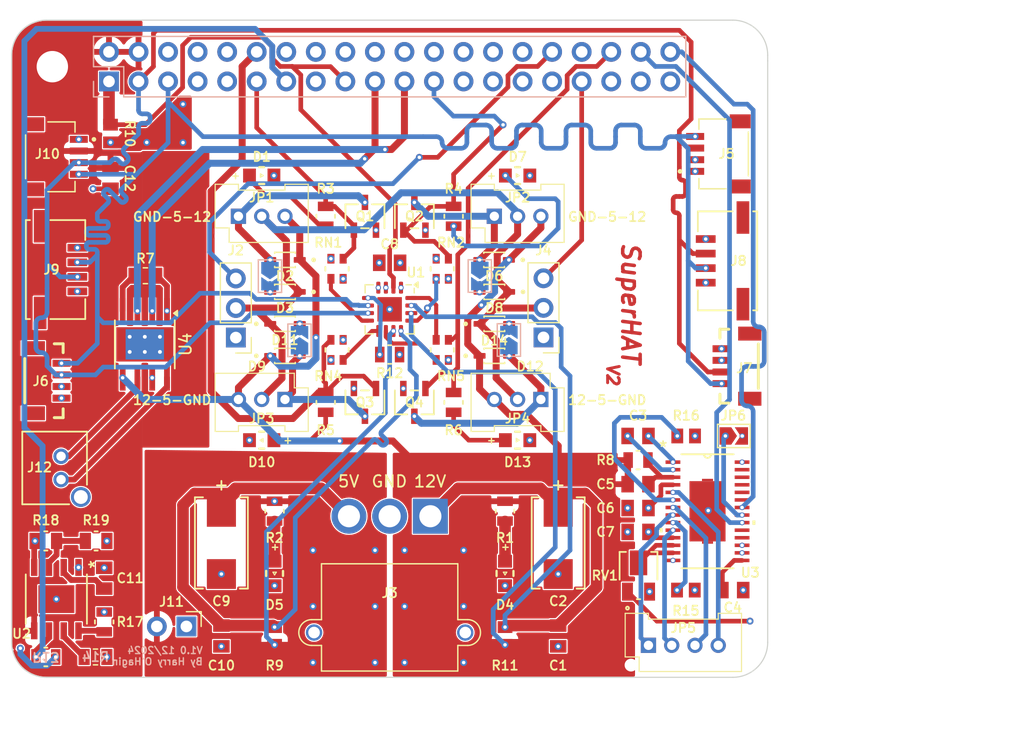
<source format=kicad_pcb>
(kicad_pcb (version 20240108) (generator "pcbnew") (generator_version "8.0")
  (title_block (date "15 nov 2012"))
  (layers (0 "F.Cu" signal) (1 "In1.Cu" power "GND") (2 "In2.Cu" power "PWR") (31 "B.Cu" signal) (34 "B.Paste" user) (35 "F.Paste" user) (36 "B.SilkS" user "B.Silkscreen") (37 "F.SilkS" user "F.Silkscreen") (38 "B.Mask" user) (39 "F.Mask" user) (44 "Edge.Cuts" user))
  (net 0 "")
  (net 1 "/GPIO2{slash}SDA1")
  (net 2 "/GPIO3{slash}SCL1")
  (net 3 "/GPIO4{slash}GPCLK0")
  (net 4 "GPIO18{slash}PCM.CLK")
  (net 5 "/GPIO23")
  (net 6 "/GPIO24")
  (net 7 "/GPIO10{slash}SPI0.MOSI")
  (net 8 "/GPIO9{slash}SPI0.MISO")
  (net 9 "/GPIO6")
  (net 10 "/GPIO8{slash}SPI0.CE0")
  (net 11 "/GPIO7{slash}SPI0.CE1")
  (net 12 "/ID_SDA")
  (net 13 "/ID_SCL")
  (net 14 "GPIO13{slash}PWM1")
  (net 15 "/GPIO19{slash}PCM.FS")
  (net 16 "Net-(U3-CP1)")
  (net 17 "Net-(U3-CP2)")
  (net 18 "GPIO12{slash}PWM0")
  (net 19 "+3V3")
  (net 20 "/GPIO27")
  (net 21 "/GPIO26")
  (net 22 "/GPIO15{slash}RXD0")
  (net 23 "GPIO16")
  (net 24 "/GPIO22")
  (net 25 "GND")
  (net 26 "+5V")
  (net 27 "+12V")
  (net 28 "Net-(U3-V3P3OUT)")
  (net 29 "Net-(U3-VCP)")
  (net 30 "/GPIO21{slash}PCM.DOUT")
  (net 31 "/GPIO20{slash}PCM.DIN")
  (net 32 "Net-(U3-AOUT2)")
  (net 33 "Net-(U3-BOUT2)")
  (net 34 "Net-(U3-BOUT1)")
  (net 35 "Net-(U3-AOUT1)")
  (net 36 "Net-(JP6-A)")
  (net 37 "Net-(D1-Pad2)")
  (net 38 "Net-(D4-Pad2)")
  (net 39 "Net-(D5-Pad2)")
  (net 40 "Net-(D7-Pad2)")
  (net 41 "Net-(D10-Pad2)")
  (net 42 "Net-(D13-Pad2)")
  (net 43 "Net-(U3-ISENB)")
  (net 48 "Net-(U3-ISENA)")
  (net 49 "Net-(U3-AVREF)")
  (net 56 "/GPIO25")
  (net 57 "/GPIO14{slash}TXD0")
  (net 58 "/GPIO5")
  (net 59 "GPIO11{slash}SPI0.SCLK")
  (net 67 "GPIO17")
  (net 68 "+5VP")
  (net 69 "+12VP")
  (net 70 "+3V3P")
  (net 71 "Net-(U1-A0)")
  (net 72 "/WARNING")
  (net 73 "/TC")
  (net 74 "/CRITICAL")
  (net 75 "/VPU")
  (net 76 "/PV")
  (net 77 "Net-(JP7-A)")
  (net 78 "Net-(JP7-B)")
  (net 79 "Net-(JP8-A)")
  (net 80 "Net-(JP8-B)")
  (net 81 "Net-(JP9-A)")
  (net 82 "Net-(JP9-B)")
  (net 83 "Net-(JP10-A)")
  (net 84 "Net-(JP10-B)")
  (net 85 "Net-(U4-OUT1)")
  (net 86 "Net-(U4-OUT2)")
  (net 87 "Net-(U4-ILIM)")
  (net 88 "Net-(U2-DVDT)")
  (net 89 "+5VPI")
  (net 90 "Net-(U2-ILM)")
  (net 91 "Net-(U2-OVCSEL)")
  (net 92 "Net-(U2-EN{slash}UVLO)")
  (footprint "QWIIC Connector RA:QWIIC Connector RA" (layer "F.Cu") (at 103.325 55.25 -90)
    (property "Reference" "J10")
    (property "Value" "Qwiic_RA")
  )
  (footprint "3 Pin JST-PA Vertical:B03B-PASK-1" (layer "F.Cu") (at 143.5 60.3625)
    (property "Reference" "JP2")
    (property "Value" "B03B-PASK-1")
  )
  (footprint "MountingHole:MountingHole_2.7mm_M2.5" (layer "F.Cu") (at 161.5 47.5)
    (property "Reference" "MH2" (hide yes))
    (property "Value" "MountingHole_2.7mm_M2.5" (hide yes))
  )
  (footprint "CMP0805AFX:RES_CMP0805_BRN" (layer "F.Cu") (at 153.855 81.32165 180)
    (property "Reference" "R8")
    (property "Value" "1M")
  )
  (footprint "0805 Ceramic Capacitor:CAPC2012X140N" (layer "F.Cu") (at 146.99 96.444 -90)
    (property "Reference" "C1")
    (property "Value" "0.1 uF")
  )
  (footprint "Connector_PinHeader_2.54mm:PinHeader_1x03_P2.54mm_Vertical" (layer "F.Cu") (at 119.275 70.79 180)
    (property "Reference" "J2")
    (property "Value" "Conn_01x03")
  )
  (footprint "2 RES 10k Array:SMT_1002P1AT_VIS" (layer "F.Cu") (at 137.025 71.85 90)
    (property "Reference" "RN5")
    (property "Value" "10k")
  )
  (footprint "WSLP 0805 Resistor:RES_VISHAY_WSLP0805_VIS" (layer "F.Cu") (at 108.5 53.25 -90)
    (property "Reference" "R10")
    (property "Value" "0.04")
  )
  (footprint "AOSS32136C:SOT23_AOS" (layer "F.Cu") (at 134.625432 60.3625)
    (property "Reference" "Q2")
    (property "Value" "AOSS32136C")
  )
  (footprint "0805 Green LED:WL-SMCW_0805" (layer "F.Cu") (at 121.5 79.6125)
    (property "Reference" "D10")
    (property "Value" "~")
  )
  (footprint "Standard Diode:SOD2613X115N" (layer "F.Cu") (at 141.5 66.8625 180)
    (property "Reference" "D8")
    (property "Value" "~")
  )
  (footprint "2 RES 10k Array:SMT_1002P1AT_VIS" (layer "F.Cu") (at 137.025 64.875 -90)
    (property "Reference" "RN2")
    (property "Value" "10k")
  )
  (footprint "SparkFun-Connector:JST_SMD_1.0mm-4_Vertical" (layer "F.Cu") (at 162.547 73.25 -90)
    (property "Reference" "J7")
    (property "Value" "Qwiic_Vertical")
  )
  (footprint "Connector_PinHeader_2.54mm:PinHeader_1x02_P2.54mm_Horizontal" (layer "F.Cu") (at 115.025 95.625 -90)
    (property "Reference" "J11")
    (property "Value" "Conn_01x02")
  )
  (footprint "SM04B-GHS-TB:CONN_SM04B-GHS-TB_JST" (layer "F.Cu") (at 103.776501 64.945 -90)
    (property "Reference" "J9")
    (property "Value" "SM04B-GHS-TB")
  )
  (footprint "0805 Ceramic Capacitor:CAPC2012X140N" (layer "F.Cu") (at 107.960002 91.476365 90)
    (property "Reference" "C11")
    (property "Value" "10 nF")
  )
  (footprint "TNPW0805:RES_TNPW0805_VIS" (layer "F.Cu") (at 102.940002 88.275849)
    (property "Reference" "R18")
    (property "Value" "7.5k")
  )
  (footprint "SG73S2ATTD3002F:RESC2012X60N" (layer "F.Cu") (at 111.5 65.475)
    (property "Reference" "R7")
    (property "Value" "30k")
  )
  (footprint "0805 Resistor Moisture Resistant:RES_CHP0805_BRN" (layer "F.Cu") (at 132.5 72.25)
    (property "Reference" "R12")
    (property "Value" "10k")
  )
  (footprint "AOSS32136C:SOT23_AOS" (layer "F.Cu") (at 134.625432 76.3625 180)
    (property "Reference" "Q4")
    (property "Value" "AOSS32136C")
  )
  (footprint "0805 Green LED:WL-SMCW_0805" (layer "F.Cu") (at 143.5 56.8625 180)
    (property "Reference" "D7")
    (property "Value" "~")
  )
  (footprint "0805 Ceramic Capacitor:CAPC2012X140N" (layer "F.Cu") (at 162 92.5)
    (property "Reference" "C4")
    (property "Value" "0.47 uF")
  )
  (footprint "QWIIC Connector RA:QWIIC Connector RA" (layer "F.Cu") (at 161.214 55 90)
    (property "Reference" "J5")
    (property "Value" "Qwiic_RA")
  )
  (footprint "WSLP 0805 Resistor:RES_VISHAY_WSLP0805_VIS" (layer "F.Cu") (at 142.418 96.444 -90)
    (property "Reference" "R11")
    (property "Value" "0.04")
  )
  (footprint "B02B-PASK-1:CONN_B02B-PASK-1_JST" (layer "F.Cu") (at 104.25 83.000001 -90)
    (property "Reference" "J12")
    (property "Value" "B02B-PASK-1")
  )
  (footprint "RESC2012X60N:RESC2012X60N" (layer "F.Cu") (at 107.210002 98.249999)
    (property "Reference" "R14")
    (property "Value" "453")
  )
  (footprint "AOSS32136C:SOT23_AOS" (layer "F.Cu") (at 130.374566 76.3625 180)
    (property "Reference" "Q3")
    (property "Value" "AOSS32136C")
  )
  (footprint "0805 Ceramic Capacitor:CAPC2012X140N" (layer "F.Cu") (at 153.855 83.3933)
    (property "Reference" "C5")
    (property "Value" "0.1 uF")
  )
  (footprint "CMP0805AFX:RES_CMP0805_BRN" (layer "F.Cu") (at 107.960002 95.235681 90)
    (property "Reference" "R17")
    (property "Value" "470k")
  )
  (footprint "3 Pin JST-PA Vertical:B03B-PASK-1" (layer "F.Cu") (at 143.5 76.1125 180)
    (property "Reference" "JP4")
    (property "Value" "B03B-PASK-1")
  )
  (footprint "0805 Green LED:WL-SMCW_0805" (layer "F.Cu") (at 143.5 79.6125 180)
    (property "Reference" "D13")
    (property "Value" "~")
  )
  (footprint "0805 Ceramic Capacitor:CAPC2012X140N" (layer "F.Cu") (at 132.5 64.3625)
    (property "Reference" "C8")
    (property "Value" "0.1 uF")
  )
  (footprint "DRV8825:PWP28_5P18X3P1" (layer "F.Cu") (at 159.8268 85.725074)
    (property "Reference" "U3")
    (property "Value" "DRV8825PWPR")
  )
  (footprint "2 RES 10k Array:SMT_1002P1AT_VIS" (layer "F.Cu") (at 127.975 64.875 -90)
    (property "Reference" "RN1")
    (property "Value" "10k")
  )
  (footprint "Connector_AMASS:AMASS_MR30PW-M_1x03_P3.50mm_Horizontal" (layer "F.Cu") (at 136 86.15 180)
    (property "Reference" "J3")
    (property "Value" "~")
  )
  (footprint "0805 Ceramic Capacitor:CAPC2012X140N" (layer "F.Cu") (at 153.855 87.5 180)
    (property "Reference" "C7")
    (property "Value" "0.1 uF")
  )
  (footprint "0805 Resistor Moisture Resistant:RES_CHP0805_BRN" (layer "F.Cu") (at 138 60.3625 -90)
    (property "Reference" "R4")
    (property "Value" "100")
  )
  (footprint "0805 Ceramic Capacitor:CAPC2012X140N" (layer "F.Cu") (at 153.855 85.44665 180)
    (property "Reference" "C6")
    (property "Value" "0.1 uF")
  )
  (footprint "AOSS32136C:SOT23_AOS" (layer "F.Cu") (at 130.374566 60.3625)
    (property "Reference" "Q1")
    (property "Value" "AOSS32136C")
  )
  (footprint "3 Pin JST-PA Vertical:B03B-PASK-1" (layer "F.Cu") (at 121.5 76.1125 180)
    (property "Reference" "JP3")
    (property "Value" "B03B-PASK-1")
  )
  (footprint "Standard Diode:SOD2613X115N" (layer "F.Cu") (at 141.48 64.1125 180)
    (property "Reference" "D6")
    (property "Value" "~")
  )
  (footprint "SparkFun-Connector:JST_SMD_1.0mm-4_Vertical" (layer "F.Cu") (at 102.778 74.5 90)
    (property "Reference" "J6")
    (property "Value" "Qwiic_Vertical")
  )
  (footprint "Standard Diode:SOD2613X115N" (layer "F.Cu") (at 123.5 66.8625 180)
    (property "Reference" "D3")
    (property "Value" "~")
  )
  (footprint "0805 Red LED:WL-SMCW_0805" (layer "F.Cu") (at 122.606 91.0719 90)
    (property "Reference" "D5")
    (property "Value" "~")
  )
  (footprint "MountingHole:MountingHole_2.7mm_M2.5" (layer "F.Cu") (at 103.5 47.5)
    (property "Reference" "MH1" (hide yes))
    (property "Value" "MountingHole_2.7mm_M2.5" (hide yes))
  )
  (footprint "47 uF Tantalum Capacitor:CAPMP7.6X4.3_3.1N_KEM" (layer "F.Cu") (at 146.99 88.448194 -90)
    (property "Reference" "C2")
    (property "Value" "47 uF")
  )
  (footprint "Standard Diode:SOD2613X115N" (layer "F.Cu") (at 123.5 64.1125 180)
    (property "Reference" "D2")
    (property "Value" "~")
  )
  (footprint "Package_DFN_QFN:Texas_RGV0016A_VQFN-16-1EP_4x4mm_P0.65mm_EP2.1x2.1mm" (layer "F.Cu") (at 132.5 68.3625 -90)
    (property "Reference" "U1")
    (property "Value" "INA3221")
  )
  (footprint "Standard Diode:SOD2613X115N" (layer "F.Cu") (at 141.5 72.3625)
    (property "Reference" "D12")
    (property "Value" "~")
  )
  (footprint "3 Pin JST-PA Vertical:B03B-PASK-1" (layer "F.Cu") (at 121.5 60.3625)
    (property "Reference" "JP1")
    (property "Value" "B03B-PASK-1")
  )
  (footprint "2 RES 10k Array:SMT_1002P1AT_VIS" (layer "F.Cu") (at 127.975 71.85 -90)
    (property "Reference" "RN4")
    (property "Value" "10k")
  )
  (footprint "0805 Resistor Moisture Resistant:RES_CHP0805_BRN" (layer "F.Cu") (at 127 76.3625 -90)
    (property "Reference" "R5")
    (property "Value" "100")
  )
  (footprint "Package_SO:Texas_HTSOP-8-1EP_3.9x4.9mm_P1.27mm_EP2.95x4.9mm_Mask2.4x3.1mm_ThermalVias" (layer "F.Cu") (at 111.45 71.375 -90)
    (property "Reference" "U4")
    (property "Value" "DRV8871DDA")
  )
  (footprint "10k Potentiometer:POT_TC33_3X3P8_BRN" (layer "F.Cu") (at 153.8951 91.25)
    (property "Reference" "RV1")
    (property "Value" "10k")
  )
  (footprint "0805 Green LED:WL-SMCW_0805" (layer "F.Cu") (at 121.5 56.8625 180)
    (property "Reference" "D1")
    (property "Value" "~")
  )
  (footprint "WSLP 0805 Resistor:RES_VISHAY_WSLP0805_VIS" (layer "F.Cu") (at 157.9896 79.25 180)
    (property "Reference" "R16")
    (property "Value" "0.1")
  )
  (footprint "WSLP 0805 Resistor:RES_VISHAY_WSLP0805_VIS" (layer "F.Cu") (at 157.9676 92.5 180)
    (property "Reference" "R15")
    (property "Value" "0.1")
  )
  (footprint "0805 330 Ohm Resistor Moisture Resistant:RES_CMP0805_BRN" (layer "F.Cu") (at 122.606 85.7125 -90)
    (property "Reference" "R2")
    (property "Value" "330")
  )
  (footprint "Jumper:SolderJumper-2_P1.3mm_Open_TrianglePad1.0x1.5mm" (layer "F.Cu") (at 162.0892 79.25)
    (property "Reference" "JP6")
    (property "Value" "SolderJumper_2_Open")
    (property "REFERENCE" "" (hide yes))
  )
  (footprint "0805 Resistor Moisture Resistant:RES_CHP0805_BRN" (layer "F.Cu") (at 142.418 85.7125 -90)
    (property "Reference" "R1")
    (property "Value" "1k")
  )
  (footprint "0805 Ceramic Capacitor:CAPC2012X140N" (layer "F.Cu") (at 153.855 79.25 180)
    (property "Reference" "C3")
    (property "Value" "10 nF")
  )
  (footprint "Connector_PinHeader_2.54mm:PinHeader_1x03_P2.54mm_Vertical" (layer "F.Cu") (at 145.725 70.775 180)
    (property "Reference" "J4")
    (property "Value" "Conn_01x03")
  )
  (footprint "SM04B-GHS-TB:CONN_SM04B-GHS-TB_JST" (layer "F.Cu") (at 161.548499 64.195 90)
    (property "Reference" "J8")
    (property "Value" "SM04B-GHS-TB")
  )
  (footprint "Standard Diode:SOD2613X115N" (layer "F.Cu") (at 141.5 69.6125)
    (property "Reference" "D14")
    (property "Value" "~")
  )
  (footprint "WSLP 0805 Resistor:RES_VISHAY_WSLP0805_VIS" (layer "F.Cu") (at 122.606 96.444 -90)
    (property "Reference" "R9")
    (property "Value" "0.04")
  )
  (footprint "0805 Ceramic Capacitor:CAPC2012X140N" (layer "F.Cu") (at 108.5 57.104999 90)
    (property "Reference" "C12")
    (property "Value" "0.1 uF")
  )
  (footprint "TPS259631:SOIC_20DDAR_TEX" (layer "F.Cu") (at 103.845001 93.27585 -90)
    (property "Reference" "U2")
    (property "Value" "TPS259631DDAR")
  )
  (footprint "0805 Red LED:WL-SMCW_0805" (layer "F.Cu") (at 142.418 91.0719 90)
    (property "Reference" "D4")
    (property "Value" "~")
  )
  (footprint "0805 Resistor Moisture Resistant:RES_CHP0805_BRN" (layer "F.Cu") (at 138 76.3625 -90)
    (property "Reference" "R6")
    (property "Value" "100")
  )
  (footprint "Standard Diode:SOD2613X115N" (layer "F.Cu") (at 123.5 72.3625)
    (property "Reference" "D9")
    (property "Value" "~")
  )
  (footprint "Standard Diode:SOD2613X115N" (layer "F.Cu") (at 123.5 69.6125)
    (property "Reference" "D11")
    (property "Value" "~")
  )
  (footprint "TNPW0805:RES_TNPW0805_VIS" (layer "F.Cu") (at 107.262902 88.275849)
    (property "Reference" "R19")
    (property "Value" "2.4k")
  )
  (footprint "0805 Resistor Moisture Resistant:RES_CHP0805_BRN" (layer "F.Cu") (at 127 60.3625 -90)
    (property "Reference" "R3")
    (property "Value" "100")
  )
  (footprint "0805 Ceramic Capacitor:CAPC2012X140N" (layer "F.Cu") (at 118.034 96.444 -90)
    (property "Reference" "C10")
    (property "Value" "0.1 uF")
  )
  (footprint "0805 Resistor Moisture Resistant:RES_CHP0805_BRN" (layer "F.Cu") (at 102.940002 98.249999 180)
    (property "Reference" "R13")
    (property "Value" "10k")
  )
  (footprint "47 uF Tantalum Capacitor:CAPMP7.6X4.3_3.1N_KEM" (layer "F.Cu") (at 118.034 88.448194 -90)
    (property "Reference" "C9")
    (property "Value" "47 uF")
  )
  (footprint "4 Pin JST-PA Vertical:B04B-PASK-1" (layer "F.Cu") (at 157.75 97.25)
    (property "Reference" "JP5")
    (property "Value" "B04B-PASK-1")
  )
  (footprint "Connector_PinSocket_2.54mm:PinSocket_2x20_P2.54mm_Vertical" (layer "B.Cu") (at 108.37 48.77 -90)
    (property "Reference" "J1" (hide yes))
    (property "Value" "GPIO")
  )
  (footprint "Jumper:SolderJumper-2_P1.3mm_Open_TrianglePad1.0x1.5mm" (layer "B.Cu") (at 122.21 65.51 -90)
    (property "Reference" "JP7" (hide yes))
    (property "Value" "SolderJumper_2_Open")
  )
  (footprint "Jumper:SolderJumper-2_P1.3mm_Open_TrianglePad1.0x1.5mm" (layer "B.Cu") (at 142.75 71 90)
    (property "Reference" "JP10" (hide yes))
    (property "Value" "SolderJumper_2_Open")
  )
  (footprint "Jumper:SolderJumper-2_P1.3mm_Open_TrianglePad1.0x1.5mm" (layer "B.Cu") (at 140.25 65.5 -90)
    (property "Reference" "JP8" (hide yes))
    (property "Value" "SolderJumper_2_Open")
  )
  (footprint "Jumper:SolderJumper-2_P1.3mm_Open_TrianglePad1.0x1.5mm" (layer "B.Cu") (at 124.75 71.025001 90)
    (property "Reference" "JP9" (hide yes))
    (property "Value" "SolderJumper_2_Open")
  )
  (gr_line (start 162 43.5) (end 103 43.5) (stroke (width 0.1)) (layer "Edge.Cuts"))
  (gr_line (start 165 97) (end 165 47) (stroke (width 0.1)) (layer "Edge.Cuts"))
  (gr_line (start 165 46.5) (end 165 47) (stroke (width 0.1)) (layer "Edge.Cuts"))
  (gr_arc (start 103 100) (mid 100.87868 99.12132) (end 100 97) (stroke (width 0.1)) (layer "Edge.Cuts"))
  (gr_line (start 103 100) (end 162 100) (stroke (width 0.1)) (layer "Edge.Cuts"))
  (gr_arc (start 100 46.5) (mid 100.87868 44.37868) (end 103 43.5) (stroke (width 0.1)) (layer "Edge.Cuts"))
  (gr_arc (start 162 43.5) (mid 164.12132 44.37868) (end 165 46.5) (stroke (width 0.1)) (layer "Edge.Cuts"))
  (gr_arc (start 165 97) (mid 164.12132 99.12132) (end 162 100) (stroke (width 0.1)) (layer "Edge.Cuts"))
  (gr_line (start 100 97) (end 100 46.5) (stroke (width 0.1)) (layer "Edge.Cuts"))
  (gr_text "V2" (at 151.689 73.965 270) (layer "F.Cu") (effects (font (size 1 1) (thickness 0.25) (bold yes) (italic yes))))
  (gr_text "SuperHAT" (at 153.213 67.869 -90) (layer "F.Cu") (effects (font (size 1.5 1.5) (thickness 0.3) (bold yes) (italic yes))))
  (gr_text "V1.0 12/2024\nBy Harry O'Hagin" (at 116.5 99 0) (layer "B.SilkS") (effects (font (size 0.6 0.6) (thickness 0.12) (bold yes)) (justify left bottom mirror)))
  (gr_text "12-5-GND" (at 147.75 76.632 0) (layer "F.SilkS") (effects (font (size 0.8 0.8)) (justify left bottom)))
  (gr_text "12V" (at 134.494048 83.744 0) (layer "F.SilkS") (effects (font (size 1 1)) (justify left bottom)))
  (gr_text "GND" (at 130.851191 83.744 0) (layer "F.SilkS") (effects (font (size 1 1)) (justify left bottom)))
  (gr_text "5V" (at 127.970238 83.744 0) (layer "F.SilkS") (effects (font (size 1 1)) (justify left bottom)))
  (gr_text "GND-5-12\n" (at 117.25 60.88125 0) (layer "F.SilkS") (effects (font (size 0.8 0.8)) (justify right bottom)))
  (gr_text "12-5-GND" (at 117.25 76.63125 0) (layer "F.SilkS") (effects (font (size 0.8 0.8)) (justify right bottom)))
  (gr_text "GND-5-12\n" (at 147.75 60.88125 0) (layer "F.SilkS") (effects (font (size 0.8 0.8)) (justify left bottom)))
  (segment (start 157.139 58.660073) (end 157.404 58.660073) (width 0.4) (layer "F.Cu") (net 1))
  (segment (start 157.404 53.772) (end 157.404 53.01) (width 0.4) (layer "F.Cu") (net 1))
  (segment (start 112.192 44.628) (end 112.192 47.488) (width 0.4) (layer "F.Cu") (net 1))
  (segment (start 157.934 58.395073) (end 157.934 57.525073) (width 0.4) (layer "F.Cu") (net 1))
  (segment (start 158.42 45.39) (end 157.404 44.374) (width 0.4) (layer "F.Cu") (net 1))
  (segment (start 157.404 62.408) (end 157.404 60.325073) (width 0.4) (layer "F.Cu") (net 1))
  (segment (start 112.192 47.488) (end 110.91 48.77) (width 0.4) (layer "F.Cu") (net 1))
  (segment (start 159.861 73.75) (end 157.404 71.293) (width 0.4) (layer "F.Cu") (net 1))
  (segment (start 157.404 44.374) (end 112.446 44.374) (width 0.4) (layer "F.Cu") (net 1))
  (segment (start 157.404 71.293) (end 157.404 62.408) (width 0.4) (layer "F.Cu") (net 1))
  (segment (start 159.672799 63.57) (end 158.566 63.57) (width 0.4) (layer "F.Cu") (net 1))
  (segment (start 157.404 56.995073) (end 157.404 56.125073) (width 0.4) (layer "F.Cu") (net 1))
  (segment (start 158.132 54.5) (end 157.404 53.772) (width 0.4) (layer "F.Cu") (net 1))
  (segment (start 161.036 73.75) (end 159.861 73.75) (width 0.4) (layer "F.Cu") (net 1))
  (segment (start 112.446 44.374) (end 112.192 44.628) (width 0.4) (layer "F.Cu") (net 1))
  (segment (start 157.404 56.125073) (end 157.404 54.5086) (width 0.4) (layer "F.Cu") (net 1))
  (segment (start 158.42 51.994) (end 158.42 45.39) (width 0.4) (layer "F.Cu") (net 1))
  (segment (start 157.404 54.5086) (end 157.404 53.772) (width 0.4) (layer "F.Cu") (net 1))
  (segment (start 157.404 58.660073) (end 157.669 58.660073) (width 0.4) (layer "F.Cu") (net 1))
  (segment (start 158.566 63.57) (end 157.404 62.408) (width 0.4) (layer "F.Cu") (net 1))
  (segment (start 157.404 53.01) (end 158.42 51.994) (width 0.4) (layer "F.Cu") (net 1))
  (segment (start 156.874 59.795073) (end 156.874 58.925073) (width 0.4) (layer "F.Cu") (net 1))
  (via (at 104.289 74) (size 0.6) (drill 0.3) (layers "F.Cu" "B.Cu") (net 1))
  (via (at 105.775 55.75) (size 0.6) (drill 0.3) (layers "F.Cu" "B.Cu") (net 1))
  (via (at 130.6375 68.6875) (size 0.45) (drill 0.3) (layers "F.Cu" "B.Cu") (net 1))
  (via (at 105.652201 65.57) (size 0.6) (drill 0.3) (layers "F.Cu" "B.Cu") (net 1))
  (arc (start 156.874 58.925073) (mid 156.951617 58.73769) (end 157.139 58.660073) (width 0.4) (layer "F.Cu") (net 1))
  (arc (start 157.669 57.260073) (mid 157.481617 57.182456) (end 157.404 56.995073) (width 0.4) (layer "F.Cu") (net 1))
  (arc (start 157.669 58.660073) (mid 157.856383 58.582456) (end 157.934 58.395073) (width 0.4) (layer "F.Cu") (net 1))
  (arc (start 157.934 57.525073) (mid 157.856383 57.33769) (end 157.669 57.260073) (width 0.4) (layer "F.Cu") (net 1))
  (arc (start 157.139 60.060073) (mid 156.951617 59.982456) (end 156.874 59.795073) (width 0.4) (layer "F.Cu") (net 1))
  (arc (start 157.404 60.325073) (mid 157.326383 60.13769) (end 157.139 60.060073) (width 0.4) (layer "F.Cu") (net 1))
  (segment (start 111.234 51.556) (end 111.586 51.556) (width 0.4) (layer "B.Cu") (net 1))
  (segment (start 109.693778 54.950428) (end 109.94268 55.19933) (width 0.4) (layer "B.Cu") (net 1))
  (segment (start 108.436 55.75) (end 105.842 55.75) (width 0.4) (layer "B.Cu") (net 1))
  (segment (start 103.048 64.44) (end 103.048 58.09) (width 0.4) (layer "B.Cu") (net 1))
  (segment (start 103.814 74) (end 103.048 73.234) (width 0.4) (layer "B.Cu") (net 1))
  (segment (start 104.289 74) (end 103.814 74) (width 0.4) (layer "B.Cu") (net 1))
  (segment (start 130.6375 68.6875) (end 120.647767 68.6875) (width 0.4) (layer "B.Cu") (net 1))
  (segment (start 107.874 73.33) (end 107.204 74) (width 0.4) (layer "B.Cu") (net 1))
  (segment (start 103.048 68.60205) (end 103.048 66.568) (width 0.4) (layer "B.Cu") (net 1))
  (segment (start 107.204 74) (end 104.289 74) (width 0.4) (layer "B.Cu") (net 1))
  (segment (start 109.942679 55.657536) (end 109.828129 55.772087) (width 0.4) (layer "B.Cu") (net 1))
  (segment (start 105.652201 65.57) (end 104.178 65.57) (width 0.4) (layer "B.Cu") (net 1))
  (segment (start 120.647767 68.6875) (end 119.815267 69.52) (width 0.4) (layer "B.Cu") (net 1))
  (segment (start 108.662818 55.523186) (end 108.548265 55.637736) (width 0.4) (layer "B.Cu") (net 1))
  (segment (start 103.048 73.234) (end 103.048 72.568) (width 0.4) (layer "B.Cu") (net 1))
  (segment (start 103.048 65.202) (end 103.048 64.44) (width 0.4) (layer "B.Cu") (net 1))
  (segment (start 119.815267 69.52) (end 117.055 69.52) (width 0.4) (layer "B.Cu") (net 1))
  (segment (start 110.91 53.276) (end 110.301889 53.884111) (width 0.4) (layer "B.Cu") (net 1))
  (segment (start 110.91 52.852) (end 110.91 53.276) (width 0.4) (layer "B.Cu") (net 1))
  (segment (start 105.842 55.75) (end 105.775 55.75) (width 0.4) (layer "B.Cu") (net 1))
  (segment (start 108.548265 55.637736) (end 108.436 55.75) (width 0.4) (layer "B.Cu") (net 1))
  (segment (start 111.91 51.88) (end 111.91 52.042) (width 0.4) (layer "B.Cu") (net 1))
  (segment (start 102.08205 71.60205) (end 102.08205 69.568) (width 0.4) (layer "B.Cu") (net 1))
  (segment (start 110.91 51.232) (end 110.91 48.77) (width 0.4) (layer "B.Cu") (net 1))
  (segment (start 113.245 73.33) (end 107.874 73.33) (width 0.4) (layer "B.Cu") (net 1))
  (segment (start 103.048 66.568) (end 103.048 65.202) (width 0.4) (layer "B.Cu") (net 1))
  (segment (start 110.301889 53.884111) (end 109.693778 54.492222) (width 0.4) (layer "B.Cu") (net 1))
  (segment (start 110.91 52.69) (end 110.91 52.852) (width 0.4) (layer "B.Cu") (net 1))
  (segment (start 111.586 52.366) (end 111.234 52.366) (width 0.4) (layer "B.Cu") (net 1))
  (segment (start 103.048 58.09) (end 105.388 55.75) (width 0.4) (layer "B.Cu") (net 1))
  (segment (start 104.178 65.57) (end 103.048 64.44) (width 0.4) (layer "B.Cu") (net 1))
  (segment (start 117.055 69.52) (end 113.245 73.33) (width 0.4) (layer "B.Cu") (net 1))
  (segment (start 109.369923 55.772088) (end 109.121022 55.523187) (width 0.4) (layer "B.Cu") (net 1))
  (segment (start 105.388 55.75) (end 105.775 55.75) (width 0.4) (layer "B.Cu") (net 1))
  (arc (start 102.565025 72.085025) (mid 102.22351 71.943565) (end 102.08205 71.60205) (width 0.4) (layer "B.Cu") (net 1))
  (arc (start 109.94268 55.19933) (mid 110.037578 55.428432) (end 109.942679 55.657536) (width 0.4) (layer "B.Cu") (net 1))
  (arc (start 111.586 51.556) (mid 111.815103 51.650897) (end 111.91 51.88) (width 0.4) (layer "B.Cu") (net 1))
  (arc (start 102.08205 69.568) (mid 102.22351 69.226485) (end 102.565025 69.085025) (width 0.4) (layer "B.Cu") (net 1))
  (arc (start 102.565025 69.085025) (mid 102.90654 68.943565) (end 103.048 68.60205) (width 0.4) (layer "B.Cu") (net 1))
  (arc (start 110.91 51.232) (mid 111.004897 51.461103) (end 111.234 51.556) (width 0.4) (layer "B.Cu") (net 1))
  (arc (start 111.234 52.366) (mid 111.004897 52.460897) (end 110.91 52.69) (width 0.4) (layer "B.Cu") (net 1))
  (arc (start 103.048 72.568) (mid 102.90654 72.226485) (end 102.565025 72.085025) (width 0.4) (layer "B.Cu") (net 1))
  (arc (start 111.91 52.042) (mid 111.815103 52.271103) (end 111.586 52.366) (width 0.4) (layer "B.Cu") (net 1))
  (arc (start 109.693778 54.492222) (mid 109.598879 54.721326) (end 109.693778 54.950428) (width 0.4) (layer "B.Cu") (net 1))
  (arc (start 109.828129 55.772087) (mid 109.599026 55.866985) (end 109.369923 55.772088) (width 0.4) (layer "B.Cu") (net 1))
  (arc (start 109.121022 55.523187) (mid 108.891919 55.42829) (end 108.662818 55.523186) (width 0.4) (layer "B.Cu") (net 1))
  (via (at 161.036 74.75) (size 0.6) (drill 0.3) (layers "F.Cu" "B.Cu") (net 2))
  (via (at 158.764 53.5) (size 0.6) (drill 0.3) (layers "F.Cu" "B.Cu") (net 2))
  (via (at 105.652201 64.32) (size 0.6) (drill 0.3) (layers "F.Cu" "B.Cu") (net 2))
  (via (at 130.6375 68.0375) (size 0.45) (drill 0.3) (layers "F.Cu" "B.Cu") (net 2))
  (via (at 159.672799 64.82) (size 0.6) (drill 0.3) (layers "F.Cu" "B.Cu") (net 2))
  (via (at 104.289 73) (size 0.6) (drill 0.3) (layers "F.Cu" "B.Cu") (net 2))
  (via (at 105.775 56.75) (size 0.6) (drill 0.3) (layers "F.Cu" "B.Cu") (net 2))
  (segment (start 136.510272 53.518) (end 135.380272 53.518) (width 0.4) (layer "B.Cu") (net 2))
  (segment (start 128.75 67.5) (end 121.0275 67.5) (width 0.4) (layer "B.Cu") (net 2))
  (segment (start 113.45 50.52) (end 113.45 48.77) (width 0.4) (layer "B.Cu") (net 2))
  (segment (start 107.366 60.443101) (end 107.366 60.122) (width 0.4) (layer "B.Cu") (net 2))
  (segment (start 145.530272 53.518) (end 145.530272 53.018) (width 0.4) (layer "B.Cu") (net 2))
  (segment (start 106.662379 61.403101) (end 107.366 61.403101) (width 0.4) (layer "B.Cu") (net 2))
  (segment (start 147.660272 53.018) (end 147.660272 53.518) (width 0.4) (layer "B.Cu") (net 2))
  (segment (start 108.879209 58.608791) (end 109.048914 58.778496) (width 0.4) (layer "B.Cu") (net 2))
  (segment (start 107.874 69.52) (end 107.366 69.012) (width 0.4) (layer "B.Cu") (net 2))
  (segment (start 154.050272 53.518) (end 154.050272 53.018) (width 0.4) (layer "B.Cu") (net 2))
  (segment (start 107.957423 58.196122) (end 108.042276 58.11127) (width 0.4) (layer "B.Cu") (net 2))
  (segment (start 109.048914 58.778496) (end 109.376756 59.106338) (width 0.4) (layer "B.Cu") (net 2))
  (segment (start 104.289 73) (end 105.664 73) (width 0.4) (layer "B.Cu") (net 2))
  (segment (start 141.270272 53.518) (end 141.270272 53.018) (width 0.4) (layer "B.Cu") (net 2))
  (segment (start 108.069621 62.003101) (end 107.366 62.003101) (width 0.4) (layer "B.Cu") (net 2))
  (segment (start 158.764 53.5) (end 157.168 53.5) (width 0.4) (layer "B.Cu") (net 2))
  (segment (start 107.366 61.403101) (end 107.606 61.403101) (width 0.4) (layer "B.Cu") (net 2))
  (segment (start 138.640272 54.518) (end 137.510272 54.518) (width 0.4) (layer "B.Cu") (net 2))
  (segment (start 142.900272 54.518) (end 141.770272 54.518) (width 0.4) (layer "B.Cu") (net 2))
  (segment (start 151.920272 53.018) (end 151.920272 53.518) (width 0.4) (layer "B.Cu") (net 2))
  (segment (start 135.380272 53.518) (end 133.9598 53.518) (width 0.4) (layer "B.Cu") (net 2))
  (segment (start 106.422379 61.763101) (end 106.422379 61.643101) (width 0.4) (layer "B.Cu") (net 2))
  (segment (start 149.790272 54.018) (end 149.790272 53.518) (width 0.4) (layer "B.Cu") (net 2))
  (segment (start 153.550272 52.518) (end 152.420272 52.518) (width 0.4) (layer "B.Cu") (net 2))
  (segment (start 151.420272 54.518) (end 150.290272 54.518) (width 0.4) (layer "B.Cu") (net 2))
  (segment (start 108.709505 58.439086) (end 108.879211 58.608792) (width 0.4) (layer "B.Cu") (net 2))
  (segment (start 130.6375 68.0375) (end 129.863708 68.0375) (width 0.4) (layer "B.Cu") (net 2))
  (segment (start 109.473177 58.014819) (end 109.558031 57.929968) (width 0.4) (layer "B.Cu") (net 2))
  (segment (start 147.160272 54.518) (end 146.030272 54.518) (width 0.4) (layer "B.Cu") (net 2))
  (segment (start 106.662379 62.603101) (end 107.126 62.603101) (width 0.4) (layer "B.Cu") (net 2))
  (segment (start 151.920272 53.518) (end 151.920272 54.018) (width 0.4) (layer "B.Cu") (net 2))
  (segment (start 133.9598 53.518) (end 116.448 53.518) (width 0.4) (layer "B.Cu") (net 2))
  (segment (start 116.195 66.98) (end 113.655 69.52) (width 0.4) (layer "B.Cu") (net 2))
  (segment (start 105.775 56.75) (end 110.738 56.75) (width 0.4) (layer "B.Cu") (net 2))
  (segment (start 108.381688 58.111269) (end 108.709505 58.439086) (width 0.4) (layer "B.Cu") (net 2))
  (segment (start 157.168 53.5) (end 157.15 53.518) (width 0.4) (layer "B.Cu") (net 2))
  (segment (start 161.036 74.75) (end 160.094 74.75) (width 0.4) (layer "B.Cu") (net 2))
  (segment (start 139.140272 53.518) (end 139.140272 54.018) (width 0.4) (layer "B.Cu") (net 2))
  (segment (start 109.558031 57.929968) (end 109.781839 57.706161) (width 0.4) (layer "B.Cu") (net 2))
  (segment (start 107.366 60.563101) (end 107.366 60.443101) (width 0.4) (layer "B.Cu") (net 2))
  (segment (start 129.863708 68.0375) (end 129.826208 68) (width 0.4) (layer "B.Cu") (net 2))
  (segment (start 158.166 64.186) (end 158.166 54.534) (width 0.4) (layer "B.Cu") (net 2))
  (segment (start 141.270272 54.018) (end 141.270272 53.518) (width 0.4) (layer "B.Cu") (net 2))
  (segment (start 140.770272 52.518) (end 139.640272 52.518) (width 0.4) (layer "B.Cu") (net 2))
  (segment (start 109.80102 58.682073) (end 109.473177 58.35423) (width 0.4) (layer "B.Cu") (net 2))
  (segment (start 109.716168 59.106338) (end 109.80102 59.021485) (width 0.4) (layer "B.Cu") (net 2))
  (segment (start 108.309621 61.163101) (end 108.309621 61.043101) (width 0.4) (layer "B.Cu") (net 2))
  (segment (start 107.825619 59.662381) (end 108.285238 59.202762) (width 0.4) (layer "B.Cu") (net 2))
  (segment (start 120.5075 66.98) (end 116.195 66.98) (width 0.4) (layer "B.Cu") (net 2))
  (segment (start 107.366 62.003101) (end 106.662379 62.003101) (width 0.4) (layer "B.Cu") (net 2))
  (segment (start 106.724 64.32) (end 107.366 63.678) (width 0.4) (layer "B.Cu") (net 2))
  (segment (start 143.400272 53.018) (end 143.400272 53.518) (width 0.4) (layer "B.Cu") (net 2))
  (segment (start 129.25 68) (end 128.75 67.5) (width 0.4) (layer "B.Cu") (net 2))
  (segment (start 129.826208 68) (end 129.25 68) (width 0.4) (layer "B.Cu") (net 2))
  (segment (start 107.366 62.603101) (end 108.069621 62.603101) (width 0.4) (layer "B.Cu") (net 2))
  (segment (start 158.8 64.82) (end 158.166 64.186) (width 0.4) (layer "B.Cu") (net 2))
  (segment (start 157.15 53.518) (end 156.680272 53.518) (width 0.4) (layer "B.Cu") (net 2))
  (segment (start 107.366 69.012) (end 107.366 63.678) (width 0.4) (layer "B.Cu") (net 2))
  (segment (start 113.45 50.52) (end 113.45 54.038) (width 0.4) (layer "B.Cu") (net 2))
  (segment (start 159.672799 64.82) (end 158.8 64.82) (width 0.4) (layer "B.Cu") (net 2))
  (segment (start 113.45 54.038) (end 110.738 56.75) (width 0.4) (layer "B.Cu") (net 2))
  (segment (start 147.660272 53.518) (end 147.660272 54.018) (width 0.4) (layer "B.Cu") (net 2))
  (segment (start 105.652201 64.32) (end 106.724 64.32) (width 0.4) (layer "B.Cu") (net 2))
  (segment (start 108.069621 60.803101) (end 107.606 60.803101) (width 0.4) (layer "B.Cu") (net 2))
  (segment (start 107.366 63.678) (end 107.366 63.443101) (width 0.4) (layer "B.Cu") (net 2))
  (segment (start 108.879211 58.608792) (end 108.879209 58.608791) (width 0.4) (layer "B.Cu") (net 2))
  (segment (start 121.0275 67.5) (end 120.5075 66.98) (width 0.4) (layer "B.Cu") (net 2))
  (segment (start 145.030272 52.518) (end 143.900272 52.518) (width 0.4) (layer "B.Cu") (net 2))
  (segment (start 139.140272 53.018) (end 139.140272 53.518) (width 0.4) (layer "B.Cu") (net 2))
  (segment (start 154.050272 54.018) (end 154.050272 53.518) (width 0.4) (layer "B.Cu") (net 2))
  (segment (start 145.530272 54.018) (end 145.530272 53.518) (width 0.4) (layer "B.Cu") (net 2))
  (segment (start 143.400272 53.518) (end 143.400272 54.018) (width 0.4) (layer "B.Cu") (net 2))
  (segment (start 108.285239 58.86335) (end 107.957423 58.535534) (width 0.4) (layer "B.Cu") (net 2))
  (segment (start 116.448 53.518) (end 113.45 50.52) (width 0.4) (layer "B.Cu") (net 2))
  (segment (start 106.422379 62.963101) (end 106.422379 62.843101) (width 0.4) (layer "B.Cu") (net 2))
  (segment (start 149.290272 52.518) (end 148.160272 52.518) (width 0.4) (layer "B.Cu") (net 2))
  (segment (start 160.094 74.75) (end 158.166 72.822) (width 0.4) (layer "B.Cu") (net 2))
  (segment (start 107.606 61.403101) (end 108.069621 61.403101) (width 0.4) (layer "B.Cu") (net 2))
  (segment (start 107.366 71.298) (end 107.366 69.012) (width 0.4) (layer "B.Cu") (net 2))
  (segment (start 109.781839 57.706161) (end 110.738 56.75) (width 0.4) (layer "B.Cu") (net 2))
  (segment (start 155.680272 54.518) (end 154.550272 54.518) (width 0.4) (layer "B.Cu") (net 2))
  (segment (start 107.126 62.603101) (end 107.366 62.603101) (width 0.4) (layer "B.Cu") (net 2))
  (segment (start 158.166 72.822) (end 158.166 64.186) (width 0.4) (layer "B.Cu") (net 2))
  (segment (start 107.126 63.203101) (end 106.662379 63.203101) (width 0.4) (layer "B.Cu") (net 2))
  (segment (start 149.790272 53.518) (end 149.790272 53.018) (width 0.4) (layer "B.Cu") (net 2))
  (segment (start 108.309621 62.363101) (end 108.309621 62.243101) (width 0.4) (layer "B.Cu") (net 2))
  (segment (start 158.166 54.534) (end 157.15 53.518) (width 0.4) (layer "B.Cu") (net 2))
  (segment (start 107.366 60.122) (end 107.825619 59.662381) (width 0.4) (layer "B.Cu") (net 2))
  (segment (start 113.655 69.52) (end 107.874 69.52) (width 0.4) (layer "B.Cu") (net 2))
  (segment (start 105.664 73) (end 107.366 71.298) (width 0.4) (layer "B.Cu") (net 2))
  (arc (start 108.069621 61.403101) (mid 108.239327 61.332807) (end 108.309621 61.163101) (width 0.4) (layer "B.Cu") (net 2))
  (arc (start 156.680272 53.518) (mid 156.326719 53.664447) (end 156.180272 54.018) (width 0.4) (layer "B.Cu") (net 2))
  (arc (start 107.957423 58.535534) (mid 107.887127 58.365829) (end 107.957423 58.196122) (width 0.4) (layer "B.Cu") (net 2))
  (arc (start 108.069621 62.603101) (mid 108.239327 62.532807) (end 108.309621 62.363101) (width 0.4) (layer "B.Cu") (net 2))
  (arc (start 145.530272 53.018) (mid 145.383825 52.664447) (end 145.030272 52.518) (width 0.4) (layer "B.Cu") (net 2))
  (arc (start 146.030272 54.518) (mid 145.676719 54.371553) (end 145.530272 54.018) (width 0.4) (layer "B.Cu") (net 2))
  (arc (start 150.290272 54.518) (mid 149.936719 54.371553) (end 149.790272 54.018) (width 0.4) (layer "B.Cu") (net 2))
  (arc (start 156.180272 54.018) (mid 156.033825 54.371553) (end 155.680272 54.518) (width 0.4) (layer "B.Cu") (net 2))
  (arc (start 141.770272 54.518) (mid 141.416719 54.371553) (end 141.270272 54.018) (width 0.4) (layer "B.Cu") (net 2))
  (arc (start 106.422379 62.843101) (mid 106.492673 62.673395) (end 106.662379 62.603101) (width 0.4) (layer "B.Cu") (net 2))
  (arc (start 141.270272 53.018) (mid 141.123825 52.664447) (end 140.770272 52.518) (width 0.4) (layer "B.Cu") (net 2))
  (arc (start 108.042276 58.11127) (mid 108.211983 58.040974) (end 108.381688 58.111269) (width 0.4) (layer "B.Cu") (net 2))
  (arc (start 148.160272 52.518) (mid 147.806719 52.664447) (end 147.660272 53.018) (width 0.4) (layer "B.Cu") (net 2))
  (arc (start 143.400272 54.018) (mid 143.253825 54.371553) (end 142.900272 54.518) (width 0.4) (layer "B.Cu") (net 2))
  (arc (start 151.920272 54.018) (mid 151.773825 54.371553) (end 151.420272 54.518) (width 0.4) (layer "B.Cu") (net 2))
  (arc (start 154.050272 53.018) (mid 153.903825 52.664447) (end 153.550272 52.518) (width 0.4) (layer "B.Cu") (net 2))
  (arc (start 106.422379 61.643101) (mid 106.492673 61.473395) (end 106.662379 61.403101) (width 0.4) (layer "B.Cu") (net 2))
  (arc (start 108.309621 61.043101) (mid 108.239327 60.873395) (end 108.069621 60.803101) (width 0.4) (layer "B.Cu") (net 2))
  (arc (start 139.640272 52.518) (mid 139.286719 52.664447) (end 139.140272 53.018) (width 0.4) (layer "B.Cu") (net 2))
  (arc (start 109.80102 59.021485) (mid 109.871315 58.851779) (end 109.80102 58.682073) (width 0.4) (layer "B.Cu") (net 2))
  (arc (start 107.606 60.803101) (mid 107.436294 60.732807) (end 107.366 60.563101) (width 0.4) (layer "B.Cu") (net 2))
  (arc (start 149.790272 53.018) (mid 149.643825 52.664447) (end 149.290272 52.518) (width 0.4) (layer "B.Cu") (net 2))
  (arc (start 154.550272 54.518) (mid 154.196719 54.371553) (end 154.050272 54.018) (width 0.4) (layer "B.Cu") (net 2))
  (arc (start 108.285238 59.202762) (mid 108.355533 59.033056) (end 108.285239 58.86335) (width 0.4) (layer "B.Cu") (net 2))
  (arc (start 139.140272 54.018) (mid 138.993825 54.371553) (end 138.640272 54.518) (width 0.4) (layer "B.Cu") (net 2))
  (arc (start 109.473177 58.35423) (mid 109.402882 58.184525) (end 109.473177 58.014819) (width 0.4) (layer "B.Cu") (net 2))
  (arc (start 106.662379 62.003101) (mid 106.492673 61.932807) (end 106.422379 61.763101) (width 0.4) (layer "B.Cu") (net 2))
  (arc (start 109.376756 59.106338) (mid 109.546462 59.176633) (end 109.716168 59.106338) (width 0.4) (layer "B.Cu") (net 2))
  (arc (start 107.366 63.443101) (mid 107.295706 63.273395) (end 107.126 63.203101) (width 0.4) (layer "B.Cu") (net 2))
  (arc (start 137.010272 54.018) (mid 136.863825 53.664447) (end 136.510272 53.518) (width 0.4) (layer "B.Cu") (net 2))
  (arc (start 108.309621 62.243101) (mid 108.239327 62.073395) (end 108.069621 62.003101) (width 0.4) (layer "B.Cu") (net 2))
  (arc (start 147.660272 54.018) (mid 147.513825 54.371553) (end 147.160272 54.518) (width 0.4) (layer "B.Cu") (net 2))
  (arc (start 137.510272 54.518) (mid 137.156719 54.371553) (end 137.010272 54.018) (width 0.4) (layer "B.Cu") (net 2))
  (arc (start 106.662379 63.203101) (mid 106.492673 63.132807) (end 106.422379 62.963101) (width 0.4) (layer "B.Cu") (net 2))
  (arc (start 143.900272 52.518) (mid 143.546719 52.664447) (end 143.400272 53.018) (width 0.4) (layer "B.Cu") (net 2))
  (arc (start 152.420272 52.518) (mid 152.066719 52.664447) (end 151.920272 53.018) (width 0.4) (layer "B.Cu") (net 2))
  (segment (start 126.8452 71.591201) (end 127.45 70.986401) (width 0.4) (layer "F.Cu") (net 4))
  (segment (start 119.82 47.48) (end 119.82 55.5425) (width 0.6) (layer "F.Cu") (net 4))
  (segment (start 127 75.5116) (end 127.447944 75.5116) (width 0.4) (layer "F.Cu") (net 4))
  (segment (start 127 75.5116) (end 128.4033 74.1083) (width 0.4) (layer "F.Cu") (net 4))
  (segment (start 117.15 75.4) (end 119.5 77.75) (width 0.6) (layer "F.Cu") (net 4))
  (segment (start 128.4033 74.1083) (end 130.264167 74.1083) (width 0.4) (layer "F.Cu") (net 4))
  (segment (start 124.172236 77.75) (end 126.410636 75.5116) (width 0.6) (layer "F.Cu") (net 4))
  (segment (start 127 75.5116) (end 127 74.7052) (width 0.4) (layer "F.Cu") (net 4))
  (segment (start 121.07 46.23) (end 119.82 47.48) (width 0.6) (layer "F.Cu") (net 4))
  (segment (start 126.410636 75.5116) (end 127 75.5116) (width 0.6) (layer "F.Cu") (net 4))
  (segment (start 130.264167 74.1083) (end 131.324567 75.1687) (width 0.4) (layer "F.Cu") (net 4))
  (segment (start 119.5 77.75) (end 124.172236 77.75) (width 0.6) (layer "F.Cu") (net 4))
  (segment (start 117.15 58.2125) (end 117.15 75.4) (width 0.6) (layer "F.Cu") (net 4))
  (segment (start 119.82 55.5425) (end 117.15 58.2125) (width 0.6) (layer "F.Cu") (net 4))
  (segment (start 127 74.7052) (end 126.8452 74.5504) (width 0.4) (layer "F.Cu") (net 4))
  (segment (start 126.8452 74.5504) (end 126.8452 71.591201) (width 0.4) (layer "F.Cu") (net 4))
  (segment (start 131.242 54.534) (end 131.242 48.782) (width 0.6) (layer "F.Cu") (net 7))
  (segment (start 130.353 55.423) (end 131.242 54.534) (width 0.6) (layer "F.Cu") (net 7))
  (segment (start 131.242 48.782) (end 131.23 48.77) (width 0.6) (layer "F.Cu") (net 7))
  (via (at 130.353 55.423) (size 0.6) (drill 0.3) (layers "F.Cu" "B.Cu") (net 7))
  (via (at 112.085 68.5) (size 0.5) (drill 0.3) (layers "F.Cu" "B.Cu") (net 7))
  (segment (start 117.018 55.804) (end 112.085 60.737) (width 0.6) (layer "B.Cu") (net 7))
  (segment (start 130.353 55.423) (end 129.972 55.804) (width 0.6) (layer "B.Cu") (net 7))
  (segment (start 112.085 60.737) (end 112.085 68.5) (width 0.6) (layer "B.Cu") (net 7))
  (segment (start 129.972 55.804) (end 117.018 55.804) (width 0.6) (layer "B.Cu") (net 7))
  (segment (start 133.77 53.506) (end 133.77 48.77) (width 0.6) (layer "F.Cu") (net 8))
  (segment (start 132.653 54.623) (end 132.093 54.623) (width 0.6) (layer "F.Cu") (net 8))
  (segment (start 133.77 53.506) (end 132.653 54.623) (width 0.6) (layer "F.Cu") (net 8))
  (via (at 110.815 68.5) (size 0.5) (drill 0.3) (layers "F.Cu" "B.Cu") (net 8))
  (via (at 132.093 54.623) (size 0.6) (drill 0.3) (layers "F.Cu" "B.Cu") (net 8))
  (segment (start 116.421 54.623) (end 110.815 60.229) (width 0.6) (layer "B.Cu") (net 8))
  (segment (start 132.093 54.623) (end 116.421 54.623) (width 0.6) (layer "B.Cu") (net 8))
  (segment (start 110.815 60.229) (end 110.815 68.5) (width 0.6) (layer "B.Cu") (net 8))
  (segment (start 149.01 48.77) (end 149.01 62.41) (width 0.4) (layer "F.Cu") (net 14))
  (segment (start 149.01 62.41) (end 145.725 65.695) (width 0.4) (layer "F.Cu") (net 14))
  (via (at 154.75 79.25) (size 0.6) (drill 0.3) (layers "F.Cu" "B.Cu") (net 16))
  (via (at 156.855 81.5) (size 0.45) (drill 0.3) (layers "F.Cu" "B.Cu") (net 16))
  (segment (start 156.855 81.5) (end 156.855 81.355) (width 0.4) (layer "B.Cu") (net 16))
  (segment (start 156.855 81.355) (end 154.75 79.25) (width 0.4) (layer "B.Cu") (net 16))
  (via (at 152.96 79.25) (size 0.6) (drill 0.3) (layers "F.Cu" "B.Cu") (net 17))
  (via (at 156.855 82.150011) (size 0.45) (drill 0.3) (layers "F.Cu" "B.Cu") (net 17))
  (segment (start 155.860011 82.150011) (end 152.96 79.25) (width 0.4) (layer "B.Cu") (net 17))
  (segment (start 156.855 82.150011) (end 155.860011 82.150011) (width 0.4) (layer "B.Cu") (net 17))
  (segment (start 136.631767 55.296) (end 142.672 49.255767) (width 0.4) (layer "F.Cu") (net 18))
  (segment (start 135.052 55.296) (end 136.631767 55.296) (width 0.4) (layer "F.Cu") (net 18))
  (segment (start 142.672 49.255767) (end 142.672 48.260233) (width 0.4) (layer "F.Cu") (net 18))
  (segment (start 145.22 47.48) (end 146.47 46.23) (width 0.4) (layer "F.Cu") (net 18))
  (segment (start 143.452233 47.48) (end 145.22 47.48) (width 0.4) (layer "F.Cu") (net 18))
  (segment (start 142.672 48.260233) (end 143.452233 47.48) (width 0.4) (layer "F.Cu") (net 18))
  (via (at 135.052 55.296) (size 0.6) (drill 0.3) (layers "F.Cu" "B.Cu") (net 18))
  (segment (start 120.3395 57.5625) (end 117.018 60.884) (width 0.4) (layer "B.Cu") (net 18))
  (segment (start 135.052 55.296) (end 132.7855 57.5625) (width 0.4) (layer "B.Cu") (net 18))
  (segment (start 117.018 63.453) (end 119.275 65.71) (width 0.4) (layer "B.Cu") (net 18))
  (segment (start 132.7855 57.5625) (end 120.3395 57.5625) (width 0.4) (layer "B.Cu") (net 18))
  (segment (start 117.018 60.884) (end 117.018 63.453) (width 0.4) (layer "B.Cu") (net 18))
  (segment (start 109.871508 53.5) (end 110.25 53.5) (width 1) (layer "F.Cu") (net 19))
  (segment (start 152.9451 92.6343) (end 155.4808 95.17) (width 0.4) (layer "F.Cu") (net 19))
  (segment (start 108.5 54.012) (end 109.802 54.012) (width 1) (layer "F.Cu") (net 19))
  (segment (start 109.359508 54.012) (end 109.871508 53.5) (width 1) (layer "F.Cu") (net 19))
  (segment (start 109.802 54.012) (end 110 54.21) (width 1) (layer "F.Cu") (net 19))
  (segment (start 155.4808 95.17) (end 163.48 95.17) (width 0.4) (layer "F.Cu") (net 19))
  (segment (start 108.5 54.012) (end 109.359508 54.012) (width 1) (layer "F.Cu") (net 19))
  (via (at 114.732 54.026) (size 0.6) (drill 0.3) (layers "F.Cu" "B.Cu") (net 19))
  (via (at 133.475 66.5) (size 0.45) (drill 0.3) (layers "F.Cu" "B.Cu") (net 19))
  (via (at 128.5 70.986401) (size 0.6) (drill 0.3) (layers "F.Cu" "B.Cu") (net 19))
  (via (at 108.5 54.012) (size 0.6) (drill 0.3) (layers "F.Cu" "B.Cu") (net 19))
  (via (at 105.652201 63.07) (size 0.6) (drill 0.3) (layers "F.Cu" "B.Cu") (net 19))
  (via (at 111.616 54.012) (size 0.6) (drill 0.3) (layers "F.Cu" "B.Cu") (net 19))
  (via (at 159.672799 66.07) (size 0.6) (drill 0.3) (layers "F.Cu" "B.Cu") (net 19))
  (via (at 127.45 64.011401) (size 0.6) (drill 0.3) (layers "F.Cu" "B.Cu") (net 19))
  (via (at 158.766 55.5) (size 0.6) (drill 0.3) (layers "F.Cu" "B.Cu") (net 19))
  (via (at 100.75 97.5) (size 0.6) (drill 0.3) (layers "F.Cu" "B.Cu") (net 19))
  (via (at 163.48 95.17) (size 0.6) (drill 0.3) (layers "F.Cu" "B.Cu") (net 19))
  (via (at 103.790902 98.249999) (size 0.6) (drill 0.3) (layers "F.Cu" "B.Cu") (net 19))
  (via (at 136.5 64.011401) (size 0.6) (drill 0.3) (layers "F.Cu" "B.Cu") (net 19))
  (via (at 104.289 75) (size 0.6) (drill 0.3) (layers "F.Cu" "B.Cu") (net 19))
  (via (at 162.7986 89.300137) (size 0.45) (drill 0.3) (layers "F.Cu" "B.Cu") (net 19))
  (via (at 161.036 72.75) (size 0.6) (drill 0.3) (layers "F.Cu" "B.Cu") (net 19))
  (via (at 162.8142 79.25) (size 0.45) (drill 0.3) (layers "F.Cu" "B.Cu") (net 19))
  (via (at 162.7986 88.650125) (size 0.45) (drill 0.3) (layers "F.Cu" "B.Cu") (net 19))
  (via (at 114.732 50.724) (size 0.6) (drill 0.3) (layers "F.Cu" "B.Cu") (net 19))
  (via (at 133.395 64.3625) (size 0.6) (drill 0.3) (layers "F.Cu" "B.Cu") (net 19))
  (via (at 131.525 66.5) (size 0.45) (drill 0.3) (layers "F.Cu" "B.Cu") (net 19))
  (segment (start 101.75 99) (end 100.75 98) (width 0.5) (layer "B.Cu") (net 19))
  (segment (start 103.040901 99) (end 101.75 99) (width 0.5) (layer "B.Cu") (net 19))
  (segment (start 100.75 98) (end 100.75 97.5) (width 0.5) (layer "B.Cu") (net 19))
  (segment (start 103.790902 98.249999) (end 103.040901 99) (width 0.5) (layer "B.Cu") (net 19))
  (segment (start 102.089102 97.731346) (end 102.089102 98.25) (width 0.5) (layer "F.Cu") (net 20))
  (segment (start 102.089102 98.25) (end 102.089102 98.249999) (width 0.5) (layer "F.Cu") (net 20))
  (segment (start 103.210001 96) (end 103.210001 96.610447) (width 0.5) (layer "F.Cu") (net 20))
  (segment (start 103.210001 96.610447) (end 102.089102 97.731346) (width 0.5) (layer "F.Cu") (net 20))
  (via (at 102.089102 98.25) (size 0.6) (drill 0.3) (layers "F.Cu" "B.Cu") (net 20))
  (segment (start 120.927057 44.25) (end 122.41 45.732943) (width 0.5) (layer "B.Cu") (net 20))
  (segment (start 102.089102 98.25) (end 102.662902 97.6762) (width 0.5) (layer "B.Cu") (net 20))
  (segment (start 122.41 45.732943) (end 122.41 47.57) (width 0.5) (layer "B.Cu") (net 20))
  (segment (start 101.096016 78.546016) (end 101.096016 45.293462) (width 0.5) (layer "B.Cu") (net 20))
  (segment (start 101.096016 45.293462) (end 102.139478 44.25) (width 0.5) (layer "B.Cu") (net 20))
  (segment (start 102.662902 97.6762) (end 102.662902 80.112902) (width 0.5) (layer "B.Cu") (net 20))
  (segment (start 102.662902 80.112902) (end 101.096016 78.546016) (width 0.5) (layer "B.Cu") (net 20))
  (segment (start 122.41 47.57) (end 123.61 48.77) (width 0.5) (layer "B.Cu") (net 20))
  (segment (start 102.139478 44.25) (end 120.927057 44.25) (width 0.5) (layer "B.Cu") (net 20))
  (segment (start 138.354 73.396) (end 138.354 70.5) (width 0.4) (layer "F.Cu") (net 23))
  (segment (start 138.354 70.5) (end 138.354 63.678) (width 0.4) (layer "F.Cu") (net 23))
  (segment (start 137.867599 70.986401) (end 138.354 70.5) (width 0.35) (layer "F.Cu") (net 23))
  (segment (start 138 75.5116) (end 138 73.75) (width 0.4) (layer "F.Cu") (net 23))
  (segment (start 148.532233 47.48) (end 150.3 47.48) (width 0.4) (layer "F.Cu") (net 23))
  (segment (start 136.994133 73.75) (end 135.575433 75.1687) (width 0.4) (layer "F.Cu") (net 23))
  (segment (start 150.3 47.48) (end 151.55 46.23) (width 0.4) (layer "F.Cu") (net 23))
  (segment (start 137.55 70.986401) (end 137.867599 70.986401) (width 0.35) (layer "F.Cu") (net 23))
  (segment (start 139.25 57.956) (end 147.76 49.446) (width 0.4) (layer "F.Cu") (net 23))
  (segment (start 147.76 48.252233) (end 148.532233 47.48) (width 0.4) (layer "F.Cu") (net 23))
  (segment (start 139.25 62.782) (end 139.25 57.956) (width 0.4) (layer "F.Cu") (net 23))
  (segment (start 138.354 63.678) (end 139.25 62.782) (width 0.4) (layer "F.Cu") (net 23))
  (segment (start 138 73.75) (end 138.354 73.396) (width 0.4) (layer "F.Cu") (net 23))
  (segment (start 147.76 49.446) (end 147.76 48.252233) (width 0.4) (layer "F.Cu") (net 23))
  (segment (start 138 73.75) (end 136.994133 73.75) (width 0.4) (layer "F.Cu") (net 23))
  (segment (start 113.355 66.352) (end 113.355 68.5) (width 0.5) (layer "F.Cu") (net 25))
  (segment (start 112.478 65.475) (end 113.355 66.352) (width 0.5) (layer "F.Cu") (net 25))
  (segment (start 108.5 58) (end 107 58) (width 0.4) (layer "F.Cu") (net 25))
  (via (at 108.190002 88.275849) (size 0.6) (drill 0.3) (layers "F.Cu" "B.Cu") (net 25))
  (via (at 162.895 92.5) (size 0.6) (drill 0.3) (layers "F.Cu" "B.Cu") (net 25))
  (via (at 105.775 53.75) (size 0.6) (drill 0.3) (layers "F.Cu" "B.Cu") (net 25))
  (via (at 127.45 72.713599) (size 0.6) (drill 0.3) (layers "F.Cu" "B.Cu") (net 25))
  (via (at 131.324567 61.5563) (size 0.5) (drill 0.3) (layers "F.Cu" "B.Cu") (net 25))
  (via (at 107.960002 94.384781) (size 0.6) (drill 0.3) (layers "F.Cu" "B.Cu") (net 25))
  (via (at 107.960002 90.581364) (size 0.6) (drill 0.3) (layers "F.Cu" "B.Cu") (net 25))
  (via (at 156.855 89.950148) (size 0.45) (drill 0.3) (layers "F.Cu" "B.Cu") (net 25))
  (via (at 152.96 85.44665) (size 0.6) (drill 0.3) (layers "F.Cu" "B.Cu") (net 25))
  (via (at 152.96 87.5) (size 0.6) (drill 0.3) (layers "F.Cu" "B.Cu") (net 25))
  (via (at 118.034 97.339) (size 0.6) (drill 0.3) (layers "F.Cu" "B.Cu") (net 25))
  (via (at 132.5 68.3625) (size 0.6) (drill 0.3) (layers "F.Cu" "B.Cu") (net 25))
  (via (at 131.605 64.3625) (size 0.6) (drill 0.3) (layers "F.Cu" "B.Cu") (net 25))
  (via (at 122.606 92.1219) (size 0.6) (drill 0.3) (layers "F.Cu" "B.Cu") (net 25))
  (via (at 158.766 56.5) (size 0.6) (drill 0.3) (layers "F.Cu" "B.Cu") (net 25))
  (via (at 105.75 90.5517) (size 0.6) (drill 0.3) (layers "F.Cu" "B.Cu") (net 25))
  (via (at 112.085 74.25) (size 0.5) (drill 0.3) (layers "F.Cu" "B.Cu") (net 25))
  (via (at 107 58) (size 0.6) (drill 0.3) (layers "F.Cu" "B.Cu") (net 25))
  (via (at 132.175 66.5) (size 0.45) (drill 0.3) (layers "F.Cu" "B.Cu") (net 25))
  (via (at 162.7986 81.5) (size 0.45) (drill 0.3) (layers "F.Cu" "B.Cu") (net 25))
  (via (at 113.355 68.5) (size 0.5) (drill 0.3) (layers "F.Cu" "B.Cu") (net 25))
  (via (at 120.45 79.6125) (size 0.6) (drill 0.3) (layers "F.Cu" "B.Cu") (net 25))
  (via (at 161.036 71.75) (size 0.6) (drill 0.3) (layers "F.Cu" "B.Cu") (net 25))
  (via (at 108.188001 98.249999) (size 0.6) (drill 0.3) (layers "F.Cu" "B.Cu") (net 25))
  (via (at 144.55 56.8625) (size 0.6) (drill 0.3) (layers "F.Cu" "B.Cu") (net 25))
  (via (at 105.652201 66.82) (size 0.6) (drill 0.3) (layers "F.Cu" "B.Cu") (net 25))
  (via (at 128.5 65.738599) (size 0.6) (drill 0.3) (layers "F.Cu" "B.Cu") (net 25))
  (via (at 158.7516 79.25) (size 0.6) (drill 0.3) (layers "F.Cu" "B.Cu") (net 25))
  (via (at 159.672799 62.32) (size 0.6) (drill 0.3) (layers "F.Cu" "B.Cu") (net 25))
  (via (at 137.55 65.738599) (size 0.6) (drill 0.3) (layers "F.Cu" "B.Cu") (net 25))
  (via (at 133.675431 75.1687) (size 0.5) (drill 0.3) (layers "F.Cu" "B.Cu") (net 25))
  (via (at 104.289 76) (size 0.6) (drill 0.3) (layers "F.Cu" "B.Cu") (net 25))
  (via (at 159.889689 85.662185) (size 0.6) (drill 0.3) (layers "F.Cu" "B.Cu") (net 25))
  (via (at 144.55 79.6125) (size 0.6) (drill 0.3) (layers "F.Cu" "B.Cu") (net 25))
  (via (at 133.3509 72.25) (size 0.6) (drill 0.3) (layers "F.Cu" "B.Cu") (net 25))
  (via (at 158.7296 92.5) (size 0.6) (drill 0.3) (layers "F.Cu" "B.Cu") (net 25))
  (via (at 103.845001 93.27585) (size 0.6) (drill 0.3) (layers "F.Cu" "B.Cu") (net 25))
  (via (at 122.55 56.8625) (size 0.6) (drill 0.3) (layers "F.Cu" "B.Cu") (net 25))
  (via (at 154.8451 92.6343) (size 0.6) (drill 0.3) (layers "F.Cu" "B.Cu") (net 25))
  (via (at 146.99 97.339) (size 0.6) (drill 0.3) (layers "F.Cu" "B.Cu") (net 25))
  (via (at 118.034 91.120388) (size 0.6) (drill 0.3) (layers "F.Cu" "B.Cu") (net 25))
  (via (at 135.575433 61.5563) (size 0.5) (drill 0.3) (layers "F.Cu" "B.Cu") (net 25))
  (via (at 137.55 72.713599) (size 0.6) (drill 0.3) (layers "F.Cu" "B.Cu") (net 25))
  (via (at 146.99 91.120388) (size 0.6) (drill 0.3) (layers "F.Cu" "B.Cu") (net 25))
  (via (at 129.424565 75.1687) (size 0.5) (drill 0.3) (layers "F.Cu" "B.Cu") (net 25))
  (via (at 142.418 92.1219) (size 0.6) (drill 0.3) (layers "F.Cu" "B.Cu") (net 25))
  (segment (start 142.77 66.8625) (end 141.755 67.8775) (width 0.6) (layer "F.Cu") (net 26))
  (segment (start 122.606 97.206) (end 122.86 97.46) (width 1) (layer "F.Cu") (net 26))
  (segment (start 123.38 68.2525) (end 124.77 66.8625) (width 0.6) (layer "F.Cu") (net 26))
  (segment (start 123.241 74.2952) (end 121.5 76.0362) (width 0.6) (layer "F.Cu") (net 26))
  (segment (start 141.92 68.2525) (end 141.755 68.0875) (width 0.6) (layer "F.Cu") (net 26))
  (segment (start 145.725 68.2525) (end 141.92 68.2525) (width 0.6) (layer "F.Cu") (net 26))
  (segment (start 122.606 97.206) (end 123.876 98.476) (width 1) (layer "F.Cu") (net 26))
  (segment (start 119.275 68.2525) (end 120.87 68.2525) (width 0.6) (layer "F.Cu") (net 26))
  (segment (start 123.622 65.7145) (end 123.622 62.4845) (width 0.6) (layer "F.Cu") (net 26))
  (segment (start 122.606 97.206) (end 121.336 98.476) (width 1) (layer "F.Cu") (net 26))
  (segment (start 141.75 63.660498) (end 141.75 65.8425) (width 0.6) (layer "F.Cu") (net 26))
  (segment (start 141.656 71.0385) (end 141.656 74.2685) (width 0.6) (layer "F.Cu") (net 26))
  (segment (start 123.622 65.7145) (end 124.77 66.8625) (width 0.6) (layer "F.Cu") (net 26))
  (segment (start 123.241 72.784424) (end 123.241 74.2952) (width 0.6) (layer "F.Cu") (net 26))
  (segment (start 123.245 72.780424) (end 123.241 72.784424) (width 0.6) (layer "F.Cu") (net 26))
  (segment (start 123.245 70.6275) (end 123.245 72.780424) (width 0.6) (layer "F.Cu") (net 26))
  (segment (start 101.940002 88.348749) (end 102.012902 88.275849) (width 0.5) (layer "F.Cu") (net 26))
  (segment (start 141.75 65.8425) (end 142.77 66.8625) (width 0.6) (layer "F.Cu") (net 26))
  (segment (start 120.87 68.2525) (end 122.23 69.6125) (width 0.6) (layer "F.Cu") (net 26))
  (segment (start 140.23 69.6125) (end 141.656 71.0385) (width 0.6) (layer "F.Cu") (net 26))
  (segment (start 143.5 61.910498) (end 141.75 63.660498) (width 0.6) (layer "F.Cu") (net 26))
  (segment (start 120.87 68.2525) (end 123.38 68.2525) (width 0.6) (layer "F.Cu") (net 26))
  (segment (start 141.755 68.0875) (end 140.23 69.6125) (width 0.6) (layer "F.Cu") (net 26))
  (segment (start 122.352 97.46) (end 121.336 97.46) (width 1) (layer "F.Cu") (net 26))
  (segment (start 122.23 69.6125) (end 123.245 70.6275) (width 0.6) (layer "F.Cu") (net 26))
  (segment (start 122.606 97.206) (end 122.606 98.73) (width 1) (layer "F.Cu") (net 26))
  (segment (start 123.622 62.4845) (end 121.5 60.3625) (width 0.6) (layer "F.Cu") (net 26))
  (segment (start 143.5 60.3625) (end 143.5 61.910498) (width 0.6) (layer "F.Cu") (net 26))
  (segment (start 101.940002 90.5517) (end 101.940002 88.348749) (width 0.5) (layer "F.Cu") (net 26))
  (segment (start 141.755 67.8775) (end 141.755 68.0875) (width 0.6) (layer "F.Cu") (net 26))
  (segment (start 121.5 76.0362) (end 121.5 76.1125) (width 0.6) (layer "F.Cu") (net 26))
  (segment (start 141.656 74.2685) (end 143.5 76.1125) (width 0.6) (layer "F.Cu") (net 26))
  (segment (start 122.86 97.46) (end 123.876 97.46) (width 1) (layer "F.Cu") (net 26))
  (via (at 131.242 98.73) (size 0.6) (drill 0.3) (layers "F.Cu" "B.Cu") (net 26))
  (via (at 122.606 97.206) (size 0.6) (drill 0.3) (layers "F.Cu" "B.Cu") (net 26))
  (via (at 125.908 98.73) (size 0.6) (drill 0.3) (layers "F.Cu" "B.Cu") (net 26))
  (via (at 131.242 93.904) (size 0.6) (drill 0.3) (layers "F.Cu" "B.Cu") (net 26))
  (via (at 102.012902 88.275849) (size 0.6) (drill 0.3) (layers "F.Cu" "B.Cu") (net 26))
  (via (at 132.825 70.225) (size 0.45) (drill 0.3) (layers "F.Cu" "B.Cu") (net 26))
  (via (at 125.908 93.904) (size 0.6) (drill 0.3) (layers "F.Cu" "B.Cu") (net 26))
  (via (at 125.908 89.078) (size 0.6) (drill 0.3) (layers "F.Cu" "B.Cu") (net 26))
  (via (at 122.606 84.8616) (size 0.6) (drill 0.3) (layers "F.Cu" "B.Cu") (net 26))
  (via (at 131.242 89.078) (size 0.6) (drill 0.3) (layers "F.Cu" "B.Cu") (net 26))
  (segment (start 133.476206 58.344) (end 141.7895 58.344) (width 0.6) (layer "B.Cu") (net 26))
  (segment (start 132.131 74.3315) (end 132.131 77.267) (width 0.4) (layer "B.Cu") (net 26))
  (segment (start 141.7895 58.344) (end 143.5 60.0545) (width 0.6) (layer "B.Cu") (net 26))
  (segment (start 132.131 77.267) (end 121.906 87.492) (width 0.4) (layer "B.Cu") (net 26))
  (segment (start 130.303706 61.5165) (end 133.476206 58.344) (width 0.6) (layer "B.Cu") (net 26))
  (segment (start 121.906 87.492) (end 121.906 96.506) (width 0.4) (layer "B.Cu") (net 26))
  (segment (start 132.5 70.55) (end 132.5 73.9625) (width 0.4) (layer "B.Cu") (net 26))
  (segment (start 132.825 70.225) (end 132.5 70.55) (width 0.4) (layer "B.Cu") (net 26))
  (segment (start 121.5 60.3625) (end 122.654 61.5165) (width 0.6) (layer "B.Cu") (net 26))
  (segment (start 122.654 61.5165) (end 130.303706 61.5165) (width 0.6) (layer "B.Cu") (net 26))
  (segment (start 121.906 96.506) (end 122.606 97.206) (width 0.4) (layer "B.Cu") (net 26))
  (segment (start 143.5 60.0545) (end 143.5 60.3625) (width 0.6) (layer "B.Cu") (net 26))
  (segment (start 132.5 73.9625) (end 132.131 74.3315) (width 0.4) (layer "B.Cu") (net 26))
  (segment (start 141.5 76.1125) (end 142.7815 77.394) (width 0.6) (layer "F.Cu") (net 27))
  (segment (start 128.194 79.68) (end 132.766 79.68) (width 0.6) (layer "F.Cu") (net 27))
  (segment (start 155.250114 88.000114) (end 154.75 87.5) (width 0.4) (layer "F.Cu") (net 27))
  (segment (start 156.855 83.450034) (end 155.917612 83.450034) (width 0.4) (layer "F.Cu") (net 27))
  (segment (start 132.766 79.68) (end 134.29 81.204) (width 0.6) (layer "F.Cu") (net 27))
  (segment (start 142.418 97.206) (end 141.148 97.206) (width 1) (layer "F.Cu") (net 27))
  (segment (start 142.418 97.206) (end 141.656 97.968) (width 1) (layer "F.Cu") (net 27))
  (segment (start 141.1365 76.1125) (end 141.5 76.1125) (width 0.4) (layer "F.Cu") (net 27))
  (segment (start 140.23 72.3625) (end 140.23 75.206) (width 0.6) (layer "F.Cu") (net 27))
  (segment (start 144.2815 77.394) (end 146.99 80.1025) (width 0.6) (layer "F.Cu") (net 27))
  (segment (start 126.162 65.5045) (end 126.162 70.79) (width 0.6) (layer "F.Cu") (net 27))
  (segment (start 146.99 80.1025) (end 146.99 81.204) (width 0.6) (layer "F.Cu") (net 27))
  (segment (start 143.688 77.394) (end 144.2815 77.394) (width 0.6) (layer "F.Cu") (net 27))
  (segment (start 155.917612 83.450034) (end 155.82 83.547646) (width 0.4) (layer "F.Cu") (net 27))
  (segment (start 155.82 84.37665) (end 154.75 85.44665) (width 0.4) (layer "F.Cu") (net 27))
  (segment (start 142.7815 77.394) (end 143.688 77.394) (width 0.6) (layer "F.Cu") (net 27))
  (segment (start 124.77 61.6325) (end 123.5 60.3625) (width 0.6) (layer "F.Cu") (net 27))
  (segment (start 143.688 97.206) (end 142.418 97.206) (width 1) (layer "F.Cu") (net 27))
  (segment (start 156.855 88.000114) (end 155.250114 88.000114) (width 0.4) (layer "F.Cu") (net 27))
  (segment (start 139.215 71.3475) (end 139.215 69.167) (width 0.6) (layer "F.Cu") (net 27))
  (segment (start 155.82 83.547646) (end 155.82 84.37665) (width 0.4) (layer "F.Cu") (net 27))
  (segment (start 140.23 75.206) (end 141.1365 76.1125) (width 0.6) (layer "F.Cu") (net 27))
  (segment (start 142.418 97.206) (end 143.18 97.968) (width 1) (layer "F.Cu") (net 27))
  (segment (start 124.77 61.6325) (end 124.77 64.1125) (width 0.6) (layer "F.Cu") (net 27))
  (segment (start 145.5 61.3625) (end 142.75 64.1125) (width 0.6) (layer "F.Cu") (net 27))
  (segment (start 119.499999 75.092501) (end 119.499999 76.1125) (width 0.6) (layer "F.Cu") (net 27))
  (segment (start 122.23 72.3625) (end 119.499999 75.092501) (width 0.6) (layer "F.Cu") (net 27))
  (segment (start 124.77 64.1125) (end 126.162 65.5045) (width 0.6) (layer "F.Cu") (net 27))
  (segment (start 140.23 72.3625) (end 139.215 71.3475) (width 0.6) (layer "F.Cu") (net 27))
  (segment (start 139.215 69.167) (end 140.386 67.996) (width 0.6) (layer "F.Cu") (net 27))
  (segment (start 145.5 60.3625) (end 145.5 61.3625) (width 0.6) (layer "F.Cu") (net 27))
  (segment (start 142.418 97.206) (end 142.418 98.222) (width 1) (layer "F.Cu") (net 27))
  (via (at 154.75 85.44665) (size 0.6) (drill 0.3) (layers "F.Cu" "B.Cu") (net 27))
  (via (at 138.862 93.904) (size 0.6) (drill 0.3) (layers "F.Cu" "B.Cu") (net 27))
  (via (at 133.782 93.904) (size 0.6) (drill 0.3) (layers "F.Cu" "B.Cu") (net 27))
  (via (at 128.194 79.68) (size 0.6) (drill 0.3) (layers "F.Cu" "B.Cu") (net 27))
  (via (at 134.345625 68.722243) (size 0.45) (drill 0.3) (layers "F.Cu" "B.Cu") (net 27))
  (via (at 142.75 64.1125) (size 0.6) (drill 0.3) (layers "F.Cu" "B.Cu") (net 27))
  (via (at 133.782 98.73) (size 0.6) (drill 0.3) (layers "F.Cu" "B.Cu") (net 27))
  (via (at 142.418 97.206) (size 0.6) (drill 0.3) (layers "F.Cu" "B.Cu") (net 27))
  (via (at 126.162 70.79) (size 0.6) (drill 0.3) (layers "F.Cu" "B.Cu") (net 27))
  (via (at 140.386 67.996) (size 0.6) (drill 0.3) (layers "F.Cu" "B.Cu") (net 27))
  (via (at 133.782 89.078) (size 0.6) (drill 0.3) (layers "F.Cu" "B.Cu") (net 27))
  (via (at 138.862 98.73) (size 0.6) (drill 0.3) (layers "F.Cu" "B.Cu") (net 27))
  (via (at 109.545 74.25) (size 0.5) (drill 0.3) (layers "F.Cu" "B.Cu") (net 27))
  (via (at 154.75 87.5) (size 0.6) (drill 0.3) (layers "F.Cu" "B.Cu") (net 27))
  (via (at 138.862 89.078) (size 0.6) (drill 0.3) (layers "F.Cu" "B.Cu") (net 27))
  (via (at 122.23 72.3625) (size 0.6) (drill 0.3) (layers "F.Cu" "B.Cu") (net 27))
  (segment (start 111.4075 76.1125) (end 109.545 74.25) (width 0.6) (layer "B.Cu") (net 27))
  (segment (start 146.736 75.2405) (end 146.736 88.824) (width 0.4) (layer "B.Cu") (net 27))
  (segment (start 126.162 70.79) (end 126.162 72.588) (width 0.6) (layer "B.Cu") (net 27))
  (segment (start 141.402 94.158) (end 141.402 96.19) (width 0.4) (layer "B.Cu") (net 27))
  (segment (start 141.5195 66.8625) (end 140.386 67.996) (width 0.6) (layer "B.Cu") (net 27))
  (segment (start 123.067499 79.68) (end 128.194 79.68) (width 0.6) (layer "B.Cu") (net 27))
  (segment (start 134.345625 70.595625) (end 137.5 73.75) (width 0.4) (layer "B.Cu") (net 27))
  (segment (start 137.5 73.75) (end 145.2455 73.75) (width 0.4) (layer "B.Cu") (net 27))
  (segment (start 134.345625 68.722243) (end 134.345625 70.595625) (width 0.4) (layer "B.Cu") (net 27))
  (segment (start 126.162 72.588) (end 125.5 73.25) (width 0.6) (layer "B.Cu") (net 27))
  (segment (start 146.736 88.824) (end 141.402 94.158) (width 0.4) (layer "B.Cu") (net 27))
  (segment (start 145.2455 73.75) (end 146.736 75.2405) (width 0.4) (layer "B.Cu") (net 27))
  (segment (start 141.402 96.19) (end 142.418 97.206) (width 0.4) (layer "B.Cu") (net 27))
  (segment (start 119.499999 76.1125) (end 111.4075 76.1125) (width 0.6) (layer "B.Cu") (net 27))
  (segment (start 141.5195 65.343) (end 142.75 64.1125) (width 0.6) (layer "B.Cu") (net 27))
  (segment (start 141.5195 66.8625) (end 141.5195 65.343) (width 0.6) (layer "B.Cu") (net 27))
  (segment (start 123.1175 73.25) (end 122.23 72.3625) (width 0.6) (layer "B.Cu") (net 27))
  (segment (start 125.5 73.25) (end 123.1175 73.25) (width 0.6) (layer "B.Cu") (net 27))
  (segment (start 119.499999 76.1125) (end 123.067499 79.68) (width 0.6) (layer "B.Cu") (net 27))
  (segment (start 161.105 90.965) (end 161.105 92.5) (width 0.4) (layer "F.Cu") (net 28))
  (segment (start 162.7986 89.950148) (end 162.119852 89.950148) (width 0.4) (layer "F.Cu") (net 28))
  (segment (start 162.119852 89.950148) (end 161.105 90.965) (width 0.4) (layer "F.Cu") (net 28))
  (segment (start 155.88 82.800023) (end 154.7059 81.625923) (width 0.4) (layer "F.Cu") (net 29))
  (segment (start 155.88 82.800023) (end 155.343277 82.800023) (width 0.4) (layer "F.Cu") (net 29))
  (segment (start 155.343277 82.800023) (end 154.75 83.3933) (width 0.4) (layer "F.Cu") (net 29))
  (segment (start 154.7059 81.625923) (end 154.7059 81.32165) (width 0.4) (layer "F.Cu") (net 29))
  (segment (start 156.855 82.800023) (end 155.88 82.800023) (width 0.4) (layer "F.Cu") (net 29))
  (via (at 162.7986 85.400068) (size 0.45) (drill 0.3) (layers "F.Cu" "B.Cu") (net 30))
  (segment (start 163.246 50.724) (end 163.754 51.232) (width 0.4) (layer "B.Cu") (net 30))
  (segment (start 163.754 77.168) (end 163.754 79.568) (width 0.4) (layer "B.Cu") (net 30))
  (segment (start 164.704 70.343) (end 164.704 72.793) (width 0.4) (layer "B.Cu") (net 30))
  (segment (start 162.754 73.768) (end 162.754 76.168) (width 0.4) (layer "B.Cu") (net 30))
  (segment (start 162.103 50.724) (end 163.246 50.724) (width 0.4) (layer "B.Cu") (net 30))
  (segment (start 163.754 83.184723) (end 163.754 84.444668) (width 0.4) (layer "B.Cu") (net 30))
  (segment (start 163.754 84.444668) (end 162.7986 85.400068) (width 0.4) (layer "B.Cu") (net 30))
  (segment (start 163.754 51.232) (end 163.754 69.393) (width 0.4) (layer "B.Cu") (net 30))
  (segment (start 163.754 73.268) (end 163.254 73.268) (width 0.4) (layer "B.Cu") (net 30))
  (segment (start 157.609 46.23) (end 162.103 50.724) (width 0.4) (layer "B.Cu") (net 30))
  (segment (start 163.754 79.568) (end 163.754 83.184723) (width 0.4) (layer "B.Cu") (net 30))
  (segment (start 164.229 73.268) (end 163.754 73.268) (width 0.4) (layer "B.Cu") (net 30))
  (segment (start 156.63 46.23) (end 157.609 46.23) (width 0.4) (layer "B.Cu") (net 30))
  (arc (start 163.254 73.268) (mid 162.900447 73.414447) (end 162.754 73.768) (width 0.4) (layer "B.Cu") (net 30))
  (arc (start 163.754 69.393) (mid 163.893124 69.728876) (end 164.229 69.868) (width 0.4) (layer "B.Cu") (net 30))
  (arc (start 164.229 69.868) (mid 164.564876 70.007124) (end 164.704 70.343) (width 0.4) (layer "B.Cu") (net 30))
  (arc (start 163.254 76.668) (mid 163.607553 76.814447) (end 163.754 77.168) (width 0.4) (layer "B.Cu") (net 30))
  (arc (start 164.704 72.793) (mid 164.564876 73.128876) (end 164.229 73.268) (width 0.4) (layer "B.Cu") (net 30))
  (arc (start 162.754 76.168) (mid 162.900447 76.521553) (end 163.254 76.668) (width 0.4) (layer "B.Cu") (net 30))
  (via (at 162.7986 86.700091) (size 0.45) (drill 0.3) (layers "F.Cu" "B.Cu") (net 31))
  (segment (start 155.34 47.48) (end 154.09 46.23) (width 0.4) (layer "B.Cu") (net 31))
  (segment (start 160.614 77.232) (end 161.722 76.124) (width 0.4) (layer "B.Cu") (net 31))
  (segment (start 162.7986 86.700091) (end 161.7636 86.700091) (width 0.4) (layer "B.Cu") (net 31))
  (segment (start 157.107767 47.48) (end 155.34 47.48) (width 0.4) (layer "B.Cu") (net 31))
  (segment (start 161.7636 86.700091) (end 160.614 85.550491) (width 0.4) (layer "B.Cu") (net 31))
  (segment (start 161.722 52.094233) (end 157.107767 47.48) (width 0.4) (layer "B.Cu") (net 31))
  (segment (start 161.722 76.124) (end 161.722 52.094233) (width 0.4) (layer "B.Cu") (net 31))
  (segment (start 160.614 85.550491) (end 160.614 77.232) (width 0.4) (layer "B.Cu") (net 31))
  (via (at 156.855 85.400068) (size 0.45) (drill 0.3) (layers "F.Cu" "B.Cu") (net 32))
  (segment (start 159.69 88.036551) (end 159.69 96.31) (width 0.4) (layer "B.Cu") (net 32))
  (segment (start 157.053517 85.400068) (end 159.69 88.036551) (width 0.4) (layer "B.Cu") (net 32))
  (segment (start 159.69 96.31) (end 158.75 97.25) (width 0.4) (layer "B.Cu") (net 32))
  (segment (start 156.855 85.400068) (end 157.053517 85.400068) (width 0.4) (layer "B.Cu") (net 32))
  (via (at 156.855 86.05008) (size 0.45) (drill 0.3) (layers "F.Cu" "B.Cu") (net 33))
  (segment (start 155.45 87.256563) (end 155.45 87.78995) (width 0.4) (layer "B.Cu") (net 33))
  (segment (start 154.102 96.602) (end 154.75 97.25) (width 0.4) (layer "B.Cu") (net 33))
  (segment (start 156.656483 86.05008) (end 155.45 87.256563) (width 0.4) (layer "B.Cu") (net 33))
  (segment (start 154.102 89.13795) (end 154.102 96.602) (width 0.4) (layer "B.Cu") (net 33))
  (segment (start 156.855 86.05008) (end 156.656483 86.05008) (width 0.4) (layer "B.Cu") (net 33))
  (segment (start 155.45 87.78995) (end 154.102 89.13795) (width 0.4) (layer "B.Cu") (net 33))
  (via (at 156.855 87.350102) (size 0.45) (drill 0.3) (layers "F.Cu" "B.Cu") (net 34))
  (segment (start 156.134 96.634) (end 156.75 97.25) (width 0.4) (layer "B.Cu") (net 34))
  (segment (start 156.855 87.350102) (end 156.134 88.071102) (width 0.4) (layer "B.Cu") (net 34))
  (segment (start 156.134 88.071102) (end 156.134 96.634) (width 0.4) (layer "B.Cu") (net 34))
  (via (at 156.855 84.100046) (size 0.45) (drill 0.3) (layers "F.Cu" "B.Cu") (net 35))
  (segment (start 160.75 87.512446) (end 160.75 97.25) (width 0.4) (layer "B.Cu") (net 35))
  (segment (start 156.855 84.100046) (end 157.3376 84.100046) (width 0.4) (layer "B.Cu") (net 35))
  (segment (start 157.3376 84.100046) (end 160.75 87.512446) (width 0.4) (layer "B.Cu") (net 35))
  (via (at 161.3642 79.25) (size 0.6) (drill 0.3) (layers "F.Cu" "B.Cu") (net 36))
  (via (at 162.7986 86.05008) (size 0.45) (drill 0.3) (layers "F.Cu" "B.Cu") (net 36))
  (segment (start 161.3642 79.25) (end 161.3642 79.2758) (width 0.4) (layer "B.Cu") (net 36))
  (segment (start 161.3642 79.2758) (end 161.214 79.426) (width 0.4) (layer "B.Cu") (net 36))
  (segment (start 162.37708 86.05008) (end 162.7986 86.05008) (width 0.4) (layer "B.Cu") (net 36))
  (segment (start 161.214 79.426) (end 161.214 84.887) (width 0.4) (layer "B.Cu") (net 36))
  (segment (start 161.214 84.887) (end 162.37708 86.05008) (width 0.4) (layer "B.Cu") (net 36))
  (segment (start 123.936656 58.598) (end 126.552056 61.2134) (width 0.4) (layer "F.Cu") (net 37))
  (segment (start 121.844 58.598) (end 120.45 57.204) (width 0.4) (layer "F.Cu") (net 37))
  (segment (start 120.45 57.204) (end 120.45 56.8625) (width 0.4) (layer "F.Cu") (net 37))
  (segment (start 126.552056 61.2134) (end 127 61.2134) (width 0.4) (layer "F.Cu") (net 37))
  (segment (start 123.936656 58.598) (end 121.844 58.598) (width 0.4) (layer "F.Cu") (net 37))
  (segment (start 142.418 90.0219) (end 142.418 86.6062) (width 1) (layer "F.Cu") (net 38))
  (segment (start 122.606 90.0219) (end 122.606 86.6062) (width 1) (layer "F.Cu") (net 39))
  (via (at 142.45 56.8625) (size 0.6) (drill 0.3) (layers "F.Cu" "B.Cu") (net 40))
  (via (at 138 61.2134) (size 0.6) (drill 0.3) (layers "F.Cu" "B.Cu") (net 40))
  (segment (start 146.99 61.392) (end 146.99 59.106) (width 0.4) (layer "B.Cu") (net 40))
  (segment (start 138 62.054) (end 138.862 62.916) (width 0.4) (layer "B.Cu") (net 40))
  (segment (start 146.736 58.852) (end 144.4395 58.852) (width 0.4) (layer "B.Cu") (net 40))
  (segment (start 138 61.2134) (end 138 62.054) (width 0.4) (layer "B.Cu") (net 40))
  (segment (start 144.4395 58.852) (end 142.45 56.8625) (width 0.4) (layer "B.Cu") (net 40))
  (segment (start 138.862 62.916) (end 145.466 62.916) (width 0.4) (layer "B.Cu") (net 40))
  (segment (start 146.99 59.106) (end 146.736 58.852) (width 0.4) (layer "B.Cu") (net 40))
  (segment (start 145.466 62.916) (end 146.99 61.392) (width 0.4) (layer "B.Cu") (net 40))
  (segment (start 127 78.334) (end 125.7215 79.6125) (width 0.4) (layer "F.Cu") (net 41))
  (segment (start 127 77.2134) (end 127 78.334) (width 0.4) (layer "F.Cu") (net 41))
  (segment (start 125.7215 79.6125) (end 122.55 79.6125) (width 0.4) (layer "F.Cu") (net 41))
  (segment (start 139.3025 79.6125) (end 142.45 79.6125) (width 0.4) (layer "F.Cu") (net 42))
  (segment (start 138 77.2134) (end 138 78.31) (width 0.4) (layer "F.Cu") (net 42))
  (segment (start 138 78.31) (end 139.3025 79.6125) (width 0.4) (layer "F.Cu") (net 42))
  (via (at 157.2056 92.5) (size 0.6) (drill 0.3) (layers "F.Cu" "B.Cu") (net 43))
  (via (at 156.855 86.700091) (size 0.45) (drill 0.3) (layers "F.Cu" "B.Cu") (net 43))
  (segment (start 157.912 87.473056) (end 157.912 91.7936) (width 0.4) (layer "B.Cu") (net 43))
  (segment (start 157.139035 86.700091) (end 157.912 87.473056) (width 0.4) (layer "B.Cu") (net 43))
  (segment (start 157.912 91.7936) (end 157.2056 92.5) (width 0.4) (layer "B.Cu") (net 43))
  (segment (start 156.855 86.700091) (end 157.139035 86.700091) (width 0.4) (layer "B.Cu") (net 43))
  (via (at 157.2276 79.25) (size 0.6) (drill 0.3) (layers "F.Cu" "B.Cu") (net 48))
  (via (at 156.855 84.750057) (size 0.45) (drill 0.3) (layers "F.Cu" "B.Cu") (net 48))
  (segment (start 156.855 84.750057) (end 155.362057 84.750057) (width 0.4) (layer "B.Cu") (net 48))
  (segment (start 151.816 81.204) (end 151.816 78.156) (width 0.4) (layer "B.Cu") (net 48))
  (segment (start 152.324 77.648) (end 155.88 77.648) (width 0.4) (layer "B.Cu") (net 48))
  (segment (start 157.2276 78.9956) (end 157.2276 79.25) (width 0.4) (layer "B.Cu") (net 48))
  (segment (start 155.88 77.648) (end 157.2276 78.9956) (width 0.4) (layer "B.Cu") (net 48))
  (segment (start 155.362057 84.750057) (end 151.816 81.204) (width 0.4) (layer "B.Cu") (net 48))
  (segment (start 151.816 78.156) (end 152.324 77.648) (width 0.4) (layer "B.Cu") (net 48))
  (segment (start 156.855 89.300137) (end 154.752763 89.300137) (width 0.4) (layer "F.Cu") (net 49))
  (segment (start 155.402775 88.650125) (end 153.8951 90.1578) (width 0.4) (layer "F.Cu") (net 49))
  (segment (start 156.855 88.650125) (end 155.402775 88.650125) (width 0.4) (layer "F.Cu") (net 49))
  (segment (start 154.752763 89.300137) (end 153.8951 90.1578) (width 0.4) (layer "F.Cu") (net 49))
  (segment (start 133.977632 61.5563) (end 133.675431 61.5563) (width 0.4) (layer "F.Cu") (net 59))
  (segment (start 134.635831 62.5167) (end 136.329199 62.5167) (width 0.4) (layer "F.Cu") (net 59))
  (segment (start 133.675431 61.5563) (end 134.635831 62.5167) (width 0.4) (layer "F.Cu") (net 59))
  (segment (start 138 59.5116) (end 136.022332 59.5116) (width 0.4) (layer "F.Cu") (net 59))
  (segment (start 138 56.75) (end 142.25 52.5) (width 0.4) (layer "F.Cu") (net 59))
  (segment (start 137.55 63.737501) (end 137.55 64.011401) (width 0.4) (layer "F.Cu") (net 59))
  (segment (start 136.022332 59.5116) (end 133.977632 61.5563) (width 0.4) (layer "F.Cu") (net 59))
  (segment (start 136.329199 62.5167) (end 137.55 63.737501) (width 0.4) (layer "F.Cu") (net 59))
  (segment (start 138 59.5116) (end 138 56.75) (width 0.4) (layer "F.Cu") (net 59))
  (via (at 142.25 52.5) (size 0.6) (drill 0.3) (layers "F.Cu" "B.Cu") (net 59))
  (segment (start 137.98 51.75) (end 136.31 50.08) (width 0.4) (layer "B.Cu") (net 59))
  (segment (start 136.31 50.08) (end 136.31 48.77) (width 0.4) (layer "B.Cu") (net 59))
  (segment (start 142.25 52.5) (end 141.5 51.75) (width 0.4) (layer "B.Cu") (net 59))
  (segment (start 141.5 51.75) (end 137.98 51.75) (width 0.4) (layer "B.Cu") (net 59))
  (segment (start 121.07 52.744) (end 127 58.674) (width 0.4) (layer "F.Cu") (net 67))
  (segment (start 127 58.674) (end 127 59.5116) (width 0.4) (layer "F.Cu") (net 67))
  (segment (start 121.07 48.77) (end 121.07 52.744) (width 0.4) (layer "F.Cu") (net 67))
  (segment (start 129.424565 63.086836) (end 128.5 64.011401) (width 0.4) (layer "F.Cu") (net 67))
  (segment (start 129.424565 61.5563) (end 129.424565 63.086836) (width 0.4) (layer "F.Cu") (net 67))
  (segment (start 129.424565 61.5563) (end 129.424565 61.1753) (width 0.4) (layer "F.Cu") (net 67))
  (segment (start 129.424565 61.1753) (end 127.760865 59.5116) (width 0.4) (layer "F.Cu") (net 67))
  (segment (start 127.760865 59.5116) (end 127 59.5116) (width 0.4) (layer "F.Cu") (net 67))
  (segment (start 119.239802 83.7552) (end 118.796 84.199002) (width 1) (layer "F.Cu") (net 68))
  (segment (start 118.034 85.776) (end 118.034 85.292692) (width 1) (layer "F.Cu") (net 68))
  (segment (start 122.473 95.549) (end 122.606 95.682) (width 1) (layer "F.Cu") (net 68))
  (segment (start 114.732 92.247) (end 118.034 95.549) (width 1) (layer "F.Cu") (net 68))
  (segment (start 114.732 85.194698) (end 114.732 92.247) (width 1) (layer "F.Cu") (net 68))
  (segment (start 129 86.15) (end 126.6052 83.7552) (width 1) (layer "F.Cu") (net 68))
  (segment (start 118.034 95.549) (end 122.473 95.549) (width 1) (layer "F.Cu") (net 68))
  (segment (start 119.12769 84.199002) (end 118.796 84.199002) (width 1) (layer "F.Cu") (net 68))
  (segment (start 126.6052 83.7552) (end 119.239802 83.7552) (width 1) (layer "F.Cu") (net 68))
  (segment (start 118.034 85.292692) (end 119.12769 84.199002) (width 1) (layer "F.Cu") (net 68))
  (segment (start 115.727696 84.199002) (end 114.732 85.194698) (width 1) (layer "F.Cu") (net 68))
  (segment (start 118.796 84.199002) (end 115.727696 84.199002) (width 1) (layer "F.Cu") (net 68))
  (via (at 133.475 70.225) (size 0.45) (drill 0.3) (layers "F.Cu" "B.Cu") (net 68))
  (via (at 122.606 95.682) (size 0.6) (drill 0.3) (layers "F.Cu" "B.Cu") (net 68))
  (segment (start 131.053566 79.614437) (end 130.968712 79.699289) (width 0.4) (layer "B.Cu") (net 68))
  (segment (start 124.384 86.284) (end 124.384 94.158) (width 0.4) (layer "B.Cu") (net 68))
  (segment (start 131.817241 79.190171) (end 132.184937 79.557867) (width 0.4) (layer "B.Cu") (net 68))
  (segment (start 134.25 73.544) (end 134.798 74.092) (width 0.4) (layer "B.Cu") (net 68))
  (segment (start 134.798 74.092) (end 134.798 75.87) (width 0.4) (layer "B.Cu") (net 68))
  (segment (start 131.760673 79.982131) (end 131.392978 79.614436) (width 0.4) (layer "B.Cu") (net 68))
  (segment (start 133.475 70.475) (end 134.25 71.25) (width 0.35) (layer "B.Cu") (net 68))
  (segment (start 132.184936 79.897279) (end 132.100085 79.982131) (width 0.4) (layer "B.Cu") (net 68))
  (segment (start 134.25 71.25) (end 134.25 73.544) (width 0.4) (layer "B.Cu") (net 68))
  (segment (start 133.475 70.225) (end 133.475 70.475) (width 0.35) (layer "B.Cu") (net 68))
  (segment (start 130.718838 79.949162) (end 124.384 86.284) (width 0.4) (layer "B.Cu") (net 68))
  (segment (start 130.968712 79.699289) (end 130.718838 79.949162) (width 0.4) (layer "B.Cu") (net 68))
  (segment (start 124.384 94.158) (end 122.86 95.682) (width 0.4) (layer "B.Cu") (net 68))
  (segment (start 122.86 95.682) (end 122.606 95.682) (width 0.4) (layer "B.Cu") (net 68))
  (segment (start 134.798 75.87) (end 131.817241 78.850759) (width 0.4) (layer "B.Cu") (net 68))
  (arc (start 131.817241 78.850759) (mid 131.746945 79.020466) (end 131.817241 79.190171) (width 0.4) (layer "B.Cu") (net 68))
  (arc (start 132.184937 79.557867) (mid 132.255232 79.727572) (end 132.184936 79.897279) (width 0.4) (layer "B.Cu") (net 68))
  (arc (start 132.100085 79.982131) (mid 131.930378 80.052427) (end 131.760673 79.982131) (width 0.4) (layer "B.Cu") (net 68))
  (arc (start 131.392978 79.614436) (mid 131.223272 79.544142) (end 131.053566 79.614437) (width 0.4) (layer "B.Cu") (net 68))
  (segment (start 150.292 92.247) (end 146.99 95.549) (width 1) (layer "F.Cu") (net 69))
  (segment (start 146.99 85.292692) (end 146.99 85.776) (width 1) (layer "F.Cu") (net 69))
  (segment (start 138.3948 83.7552) (end 145.452508 83.7552) (width 1) (layer "F.Cu") (net 69))
  (segment (start 145.89631 84.199002) (end 149.296304 84.199002) (width 1) (layer "F.Cu") (net 69))
  (segment (start 150.292 85.194698) (end 150.292 92.247) (width 1) (layer "F.Cu") (net 69))
  (segment (start 136 86.15) (end 138.3948 83.7552) (width 1) (layer "F.Cu") (net 69))
  (segment (start 142.551 95.549) (end 142.418 95.682) (width 1) (layer "F.Cu") (net 69))
  (segment (start 146.99 95.549) (end 142.551 95.549) (width 1) (layer "F.Cu") (net 69))
  (segment (start 149.296304 84.199002) (end 150.292 85.194698) (width 1) (layer "F.Cu") (net 69))
  (segment (start 145.452508 83.7552) (end 145.89631 84.199002) (width 1) (layer "F.Cu") (net 69))
  (segment (start 145.89631 84.199002) (end 146.99 85.292692) (width 1) (layer "F.Cu") (net 69))
  (via (at 142.418 95.682) (size 0.6) (drill 0.3) (layers "F.Cu" "B.Cu") (net 69))
  (via (at 134.3625 68.0375) (size 0.45) (drill 0.3) (layers "F.Cu" "B.Cu") (net 69))
  (segment (start 148.006 89.078) (end 142.418 94.666) (width 0.4) (layer "B.Cu") (net 69))
  (segment (start 145.25 69.5) (end 146.75 69.5) (width 0.4) (layer "B.Cu") (net 69))
  (segment (start 146.75 69.5) (end 147.244 69.994) (width 0.4) (layer "B.Cu") (net 69))
  (segment (start 134.3625 68.0375) (end 134.653345 68.0375) (width 0.4) (layer "B.Cu") (net 69))
  (segment (start 142.418 94.666) (end 142.418 95.682) (width 0.4) (layer "B.Cu") (net 69))
  (segment (start 134.653345 68.0375) (end 135.615845 69) (width 0.4) (layer "B.Cu") (net 69))
  (segment (start 144.75 69) (end 145.25 69.5) (width 0.4) (layer "B.Cu") (net 69))
  (segment (start 147.244 69.994) (end 147.244 73.33) (width 0.4) (layer "B.Cu") (net 69))
  (segment (start 147.244 73.33) (end 148.006 74.092) (width 0.4) (layer "B.Cu") (net 69))
  (segment (start 148.006 74.092) (end 148.006 89.078) (width 0.4) (layer "B.Cu") (net 69))
  (segment (start 135.615845 69) (end 144.75 69) (width 0.4) (layer "B.Cu") (net 69))
  (segment (start 124.127767 47.48) (end 123.092233 47.48) (width 0.4) (layer "F.Cu") (net 70))
  (segment (start 132.996031 62.6167) (end 132.996031 59.336031) (width 0.4) (layer "F.Cu") (net 70))
  (segment (start 111.499767 52.488) (end 108.5 52.488) (width 0.4) (layer "F.Cu") (net 70))
  (segment (start 124.353883 47.706117) (end 124.127767 47.48) (width 0.4) (layer "F.Cu") (net 70))
  (segment (start 108.37 52.358) (end 108.5 52.488) (width 1) (layer "F.Cu") (net 70))
  (segment (start 128.69 48.77) (end 127.42 47.5) (width 0.4) (layer "F.Cu") (net 70))
  (segment (start 121.581767 44.974) (end 115.402 44.974) (width 0.4) (layer "F.Cu") (net 70))
  (segment (start 132.825 65.6425) (end 132.5 65.3175) (width 0.4) (layer "F.Cu") (net 70))
  (segment (start 122.36 45.752233) (end 121.581767 44.974) (width 0.4) (layer "F.Cu") (net 70))
  (segment (start 122.36 46.747767) (end 122.36 45.752233) (width 0.4) (layer "F.Cu") (net 70))
  (segment (start 108.37 48.77) (end 108.37 52.358) (width 1) (layer "F.Cu") (net 70))
  (segment (start 132.825 66.5) (end 132.825 65.6425) (width 0.4) (layer "F.Cu") (net 70))
  (segment (start 114.7 45.676) (end 114.7 49.287767) (width 0.4) (layer "F.Cu") (net 70))
  (segment (start 115.402 44.974) (end 114.7 45.676) (width 0.4) (layer "F.Cu") (net 70))
  (segment (start 124.147767 47.5) (end 124.127767 47.48) (width 0.4) (layer "F.Cu") (net 70))
  (segment (start 124.86 51.2) (end 124.86 48.212233) (width 0.4) (layer "F.Cu") (net 70))
  (segment (start 127.42 47.5) (end 124.147767 47.5) (width 0.4) (layer "F.Cu") (net 70))
  (segment (start 123.092233 47.48) (end 122.36 46.747767) (width 0.4) (layer "F.Cu") (net 70))
  (segment (start 132.5 65.3175) (end 132.5 63.112731) (width 0.4) (layer "F.Cu") (net 70))
  (segment (start 132.996031 59.336031) (end 124.86 51.2) (width 0.4) (layer "F.Cu") (net 70))
  (segment (start 114.7 49.287767) (end 111.499767 52.488) (width 0.4) (layer "F.Cu") (net 70))
  (segment (start 124.86 48.212233) (end 124.353883 47.706117) (width 0.4) (layer "F.Cu") (net 70))
  (segment (start 132.5 63.112731) (end 132.996031 62.6167) (width 0.4) (layer "F.Cu") (net 70))
  (via (at 131.6491 72.25) (size 0.6) (drill 0.3) (layers "F.Cu" "B.Cu") (net 71))
  (via (at 130.6375 67.3875) (size 0.45) (drill 0.3) (layers "F.Cu" "B.Cu") (net 71))
  (segment (start 131.75 67.987501) (end 131.6491 72.25) (width 0.35) (layer "B.Cu") (net 71))
  (segment (start 130.6375 67.3875) (end 131.149999 67.3875) (width 0.35) (layer "B.Cu") (net 71))
  (segment (start 131.149999 67.3875) (end 131.75 67.987501) (width 0.35) (layer "B.Cu") (net 71))
  (segment (start 127.45 66.662499) (end 127.45 65.738599) (width 0.35) (layer "F.Cu") (net 72))
  (segment (start 130.125001 69.3375) (end 127.45 66.662499) (width 0.35) (layer "F.Cu") (net 72))
  (segment (start 130.6375 69.3375) (end 130.125001 69.3375) (width 0.35) (layer "F.Cu") (net 72))
  (segment (start 134.874999 69.3375) (end 135.75 68.462499) (width 0.35) (layer "F.Cu") (net 73))
  (segment (start 134.3625 69.3375) (end 134.874999 69.3375) (width 0.35) (layer "F.Cu") (net 73))
  (segment (start 135.75 68.462499) (end 135.75 68.25) (width 0.35) (layer "F.Cu") (net 73))
  (via (at 136.5 65.75) (size 0.6) (drill 0.3) (layers "F.Cu" "B.Cu") (net 73))
  (via (at 135.75 68.25) (size 0.6) (drill 0.3) (layers "F.Cu" "B.Cu") (net 73))
  (segment (start 136.5 67.5) (end 136.5 65.75) (width 0.35) (layer "B.Cu") (net 73))
  (segment (start 135.75 68.25) (end 136.5 67.5) (width 0.35) (layer "B.Cu") (net 73))
  (segment (start 131.525 70.225) (end 130.988599 70.225) (width 0.35) (layer "F.Cu") (net 74))
  (segment (start 130.988599 70.225) (end 128.5 72.713599) (width 0.35) (layer "F.Cu") (net 74))
  (segment (start 134.3625 67.3875) (end 135.8875 67.3875) (width 0.35) (layer "F.Cu") (net 75))
  (segment (start 135.8875 67.3875) (end 136.5 68) (width 0.35) (layer "F.Cu") (net 75))
  (segment (start 136.5 68) (end 136.5 70.986401) (width 0.35) (layer "F.Cu") (net 75))
  (segment (start 132.175 70.737499) (end 132.175 70.225) (width 0.35) (layer "F.Cu") (net 76))
  (segment (start 136.5 72.713599) (end 135.088301 71.3019) (width 0.35) (layer "F.Cu") (net 76))
  (segment (start 135.088301 71.3019) (end 132.739401 71.3019) (width 0.35) (layer "F.Cu") (net 76))
  (segment (start 132.739401 71.3019) (end 132.175 70.737499) (width 0.35) (layer "F.Cu") (net 76))
  (segment (start 119.5 61.3825) (end 122.23 64.1125) (width 0.6) (layer "F.Cu") (net 77))
  (segment (start 119.5 60.3625) (end 119.5 61.3825) (width 0.6) (layer "F.Cu") (net 77))
  (via (at 122.23 64.1125) (size 0.6) (drill 0.3) (layers "F.Cu" "B.Cu") (net 77))
  (via (at 130.374566 59.1687) (size 0.5) (drill 0.3) (layers "F.Cu" "B.Cu") (net 77))
  (segment (start 129.803866 58.598) (end 121.2645 58.598) (width 0.6) (layer "B.Cu") (net 77))
  (segment (start 122.23 64.1125) (end 122.23 64.765001) (width 0.6) (layer "B.Cu") (net 77))
  (segment (start 122.23 64.765001) (end 122.21 64.785001) (width 0.6) (layer "B.Cu") (net 77))
  (segment (start 121.2645 58.598) (end 119.5 60.3625) (width 0.6) (layer "B.Cu") (net 77))
  (segment (start 122.23 64.755001) (end 122.25 64.775001) (width 0.6) (layer "B.Cu") (net 77))
  (segment (start 130.374566 59.1687) (end 129.803866 58.598) (width 0.6) (layer "B.Cu") (net 77))
  (via (at 122.23 66.8625) (size 0.6) (drill 0.3) (layers "F.Cu" "B.Cu") (net 78))
  (segment (start 122.21 66.8425) (end 122.23 66.8625) (width 0.6) (layer "B.Cu") (net 78))
  (segment (start 122.21 66.234999) (end 122.21 66.8425) (width 0.6) (layer "B.Cu") (net 78))
  (segment (start 141.5 62.8425) (end 141.5 60.3625) (width 0.6) (layer "F.Cu") (net 79))
  (segment (start 140.23 64.1125) (end 141.5 62.8425) (width 0.6) (layer "F.Cu") (net 79))
  (via (at 134.625432 59.1687) (size 0.5) (drill 0.3) (layers "F.Cu" "B.Cu") (net 79))
  (via (at 140.23 64.1125) (size 0.6) (drill 0.3) (layers "F.Cu" "B.Cu") (net 79))
  (segment (start 135.819232 60.3625) (end 134.625432 59.1687) (width 0.6) (layer "B.Cu") (net 79))
  (segment (start 140.25 64.775001) (end 140.25 64.1325) (width 0.6) (layer "B.Cu") (net 79))
  (segment (start 141.5 60.3625) (end 135.819232 60.3625) (width 0.6) (layer "B.Cu") (net 79))
  (segment (start 140.25 64.1325) (end 140.23 64.1125) (width 0.6) (layer "B.Cu") (net 79))
  (via (at 140.23 66.8625) (size 0.6) (drill 0.3) (layers "F.Cu" "B.Cu") (net 80))
  (segment (start 140.25 66.224999) (end 140.25 66.8425) (width 0.6) (layer "B.Cu") (net 80))
  (segment (start 140.25 66.8425) (end 140.23 66.8625) (width 0.6) (layer "B.Cu") (net 80))
  (segment (start 124.15 75.4625) (end 124.15 72.9825) (width 0.6) (layer "F.Cu") (net 81))
  (segment (start 123.5 76.1125) (end 124.15 75.4625) (width 0.6) (layer "F.Cu") (net 81))
  (segment (start 124.15 72.9825) (end 124.77 72.3625) (width 0.6) (layer "F.Cu") (net 81))
  (via (at 130.374566 77.5563) (size 0.5) (drill 0.3) (layers "F.Cu" "B.Cu") (net 81))
  (via (at 124.77 72.3625) (size 0.6) (drill 0.3) (layers "F.Cu" "B.Cu") (net 81))
  (segment (start 130.374566 77.5563) (end 128.930766 76.1125) (width 0.6) (layer "B.Cu") (net 81))
  (segment (start 124.77 71.77) (end 124.75 71.75) (width 0.6) (layer "B.Cu") (net 81))
  (segment (start 123.511501 76.124) (end 123.765501 76.378) (width 0.6) (layer "B.Cu") (net 81))
  (segment (start 128.930766 76.1125) (end 123.5 76.1125) (width 0.6) (layer "B.Cu") (net 81))
  (segment (start 124.77 72.3625) (end 124.77 71.77) (width 0.6) (layer "B.Cu") (net 81))
  (via (at 124.77 69.6125) (size 0.6) (drill 0.3) (layers "F.Cu" "B.Cu") (net 82))
  (segment (start 124.77 69.6125) (end 124.77 70.280002) (width 0.6) (layer "B.Cu") (net 82))
  (segment (start 124.77 70.280002) (end 124.75 70.300002) (width 0.6) (layer "B.Cu") (net 82))
  (segment (start 145.5 75.0925) (end 145.5 76.1125) (width 0.6) (layer "F.Cu") (net 83))
  (segment (start 142.77 72.3625) (end 145.5 75.0925) (width 0.6) (layer "F.Cu") (net 83))
  (via (at 142.77 72.3625) (size 0.6) (drill 0.3) (layers "F.Cu" "B.Cu") (net 83))
  (via (at 134.625432 77.5563) (size 0.5) (drill 0.3) (layers "F.Cu" "B.Cu") (net 83))
  (segment (start 135.225132 78.156) (end 134.625432 77.5563) (width 0.6) (layer "B.Cu") (net 83))
  (segment (start 143.4565 78.156) (end 135.225132 78.156) (width 0.6) (layer "B.Cu") (net 83))
  (segment (start 145.5 76.1125) (end 143.4565 78.156) (width 0.6) (layer "B.Cu") (net 83))
  (segment (start 142.75 72.3425) (end 142.77 72.3625) (width 0.6) (layer "B.Cu") (net 83))
  (segment (start 142.75 71.724999) (end 142.75 72.3425) (width 0.6) (layer "B.Cu") (net 83))
  (via (at 142.77 69.6125) (size 0.6) (drill 0.3) (layers "F.Cu" "B.Cu") (net 84))
  (segment (start 142.77 70.255001) (end 142.75 70.275001) (width 0.6) (layer "B.Cu") (net 84))
  (segment (start 142.77 69.6125) (end 142.77 70.255001) (width 0.6) (layer "B.Cu") (net 84))
  (segment (start 110.815 74.25) (end 110.815 75.248798) (width 0.5) (layer "F.Cu") (net 85))
  (segment (start 110.815 74.25) (end 110.815 75.1) (width 0.5) (layer "F.Cu") (net 85))
  (segment (start 104.915 81) (end 104.25 81) (width 0.5) (layer "F.Cu") (net 85))
  (segment (start 110.815 75.1) (end 104.915 81) (width 0.5) (layer "F.Cu") (net 85))
  (segment (start 113.354999 74.25) (end 113.354999 75.1) (width 0.5) (layer "F.Cu") (net 86))
  (segment (start 113.354999 75.030001) (end 105.384999 83.000001) (width 0.5) (layer "F.Cu") (net 86))
  (segment (start 113.354999 74.25) (end 113.354999 75.030001) (width 0.5) (layer "F.Cu") (net 86))
  (segment (start 105.384999 83.000001) (end 104.25 83.000001) (width 0.5) (layer "F.Cu") (net 86))
  (segment (start 109.545 68.5) (end 109.545 66.452) (width 0.5) (layer "F.Cu") (net 87))
  (segment (start 109.545 66.452) (end 110.522 65.475) (width 0.5) (layer "F.Cu") (net 87))
  (segment (start 107.220586 91.63195) (end 107.960002 92.371366) (width 0.5) (layer "F.Cu") (net 88))
  (segment (start 104.480001 90.991351) (end 105.1206 91.63195) (width 0.5) (layer "F.Cu") (net 88))
  (segment (start 105.1206 91.63195) (end 107.220586 91.63195) (width 0.5) (layer "F.Cu") (net 88))
  (segment (start 104.480001 90.5517) (end 104.480001 90.991351) (width 0.5) (layer "F.Cu") (net 88))
  (segment (start 106.5152 54.75) (end 105.775 54.75) (width 0.4) (layer "F.Cu") (net 89))
  (segment (start 105.775 54.75) (end 106.2864 54.75) (width 0.4) (layer "F.Cu") (net 89))
  (segment (start 104.480001 96.497997) (end 106.232003 98.249999) (width 0.5) (layer "F.Cu") (net 90))
  (segment (start 104.480001 96) (end 104.480001 96.497997) (width 0.5) (layer "F.Cu") (net 90))
  (segment (start 107.873421 96) (end 107.960002 96.086581) (width 0.5) (layer "F.Cu") (net 91))
  (segment (start 105.75 96) (end 107.873421 96) (width 0.5) (layer "F.Cu") (net 91))
  (segment (start 103.210001 90.13145) (end 103.210001 90.5517) (width 0.5) (layer "F.Cu") (net 92))
  (segment (start 103.867102 89.474349) (end 103.210001 90.13145) (width 0.5) (layer "F.Cu") (net 92))
  (segment (start 103.867102 88.275849) (end 106.335802 88.275849) (width 0.5) (layer "F.Cu") (net 92))
  (segment (start 103.867102 88.275849) (end 103.867102 89.474349) (width 0.5) (layer "F.Cu") (net 92))
  (zone (net 89) (net_name "+5VPI") (layer "F.Cu") (priority 1) (connect_pads (clearance 0)) (min_thickness 0.25) (fill yes (thermal_gap 0.5) (thermal_bridge_width 0.5))
    (polygon (pts (xy 99 42.5) (xy 111.25 42.5) (xy 111.25 100) (xy 99 100)))
  )
  (zone (net 89) (net_name "+5VPI") (layer "F.Cu") (priority 10) (connect_pads (clearance 0)) (min_thickness 0.25) (fill yes (thermal_gap 0.5) (thermal_bridge_width 0.5))
    (polygon (pts (xy 111.25 80.25) (xy 117 80.25) (xy 117 54.75) (xy 111.25 54.75)))
  )
  (zone (net 19) (net_name "+3V3") (layer "F.Cu") (priority 8) (connect_pads (clearance 0)) (min_thickness 0.25) (fill yes (thermal_gap 0.5) (thermal_bridge_width 0.5))
    (polygon (pts (xy 107.5 54.75) (xy 115.488 54.75) (xy 115.488 50) (xy 107.5 50)))
  )
  (zone (net 26) (net_name "+5V") (layer "F.Cu") (priority 7) (connect_pads (clearance 0)) (min_thickness 0.25) (fill yes (thermal_gap 0.5) (thermal_bridge_width 0.5))
    (polygon (pts (xy 111.434 80.442) (xy 132.258 80.696) (xy 132.258 100) (xy 111.434 100)))
  )
  (zone (net 27) (net_name "+12V") (layer "F.Cu") (priority 6) (connect_pads (clearance 0)) (min_thickness 0.25) (fill yes (thermal_gap 0.5) (thermal_bridge_width 0.5))
    (polygon (pts (xy 132.766 100) (xy 132.766 80.696) (xy 153.594 80.696) (xy 153.594 100)))
  )
)
</source>
